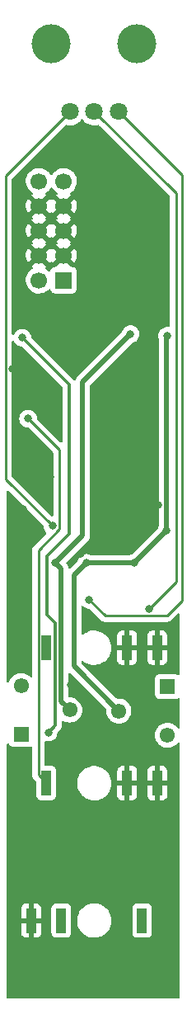
<source format=gbr>
G04 #@! TF.GenerationSoftware,KiCad,Pcbnew,(5.99.0-9650-gad505e29c0)*
G04 #@! TF.CreationDate,2021-03-17T10:46:37+00:00*
G04 #@! TF.ProjectId,Ampelope,416d7065-6c6f-4706-952e-6b696361645f,rev?*
G04 #@! TF.SameCoordinates,Original*
G04 #@! TF.FileFunction,Copper,L2,Bot*
G04 #@! TF.FilePolarity,Positive*
%FSLAX46Y46*%
G04 Gerber Fmt 4.6, Leading zero omitted, Abs format (unit mm)*
G04 Created by KiCad (PCBNEW (5.99.0-9650-gad505e29c0)) date 2021-03-17 10:46:37*
%MOMM*%
%LPD*%
G01*
G04 APERTURE LIST*
G04 #@! TA.AperFunction,ComponentPad*
%ADD10R,1.700000X1.700000*%
G04 #@! TD*
G04 #@! TA.AperFunction,ComponentPad*
%ADD11C,1.700000*%
G04 #@! TD*
G04 #@! TA.AperFunction,ComponentPad*
%ADD12R,1.550000X1.550000*%
G04 #@! TD*
G04 #@! TA.AperFunction,ComponentPad*
%ADD13C,1.550000*%
G04 #@! TD*
G04 #@! TA.AperFunction,ComponentPad*
%ADD14R,1.000000X2.500000*%
G04 #@! TD*
G04 #@! TA.AperFunction,WasherPad*
%ADD15C,4.000000*%
G04 #@! TD*
G04 #@! TA.AperFunction,ComponentPad*
%ADD16C,1.800000*%
G04 #@! TD*
G04 #@! TA.AperFunction,ViaPad*
%ADD17C,0.800000*%
G04 #@! TD*
G04 #@! TA.AperFunction,Conductor*
%ADD18C,0.250000*%
G04 #@! TD*
G04 #@! TA.AperFunction,Conductor*
%ADD19C,0.500000*%
G04 #@! TD*
G04 #@! TA.AperFunction,Conductor*
%ADD20C,0.300000*%
G04 #@! TD*
G04 APERTURE END LIST*
D10*
X142362500Y-72800000D03*
D11*
X139822500Y-72800000D03*
X142362500Y-70260000D03*
X139822500Y-70260000D03*
X142362500Y-67720000D03*
X139822500Y-67720000D03*
X142362500Y-65180000D03*
X139822500Y-65180000D03*
X142362500Y-62640000D03*
X139822500Y-62640000D03*
D12*
X137975000Y-119400000D03*
D13*
X142975000Y-116900000D03*
X137975000Y-114400000D03*
D12*
X153025000Y-114500000D03*
D13*
X148025000Y-117000000D03*
X153025000Y-119500000D03*
D14*
X139020000Y-138500000D03*
X142120000Y-138500000D03*
X150420000Y-138500000D03*
X151980000Y-124400000D03*
X148880000Y-124400000D03*
X140580000Y-124400000D03*
X151980000Y-110500000D03*
X148880000Y-110500000D03*
X140580000Y-110500000D03*
D15*
X149900000Y-48500000D03*
X141100000Y-48500000D03*
D16*
X143000000Y-55500000D03*
X145500000Y-55500000D03*
X148000000Y-55500000D03*
D17*
X149100000Y-72600000D03*
X150800000Y-70500000D03*
X150800000Y-67300000D03*
X152400000Y-65200000D03*
X149100000Y-65200000D03*
X143900000Y-77800000D03*
X141000000Y-78300000D03*
X137700000Y-77000000D03*
X145400000Y-116700000D03*
X149200000Y-115000000D03*
X149200000Y-118600000D03*
X144600000Y-107000000D03*
X147200000Y-94700000D03*
X145400000Y-79800000D03*
X146000000Y-83600000D03*
X141000000Y-93000000D03*
X138700000Y-89100000D03*
X138700000Y-87000000D03*
X138700000Y-85200000D03*
X138100000Y-109900000D03*
X138200000Y-96300000D03*
X144100000Y-100900000D03*
X138100000Y-106400000D03*
X140000000Y-94600000D03*
X137125000Y-81900000D03*
X152100000Y-95900000D03*
X148500000Y-96500000D03*
X149800000Y-82900000D03*
X143100000Y-114300000D03*
X149600000Y-101800000D03*
X152950000Y-98450000D03*
X153000000Y-78500000D03*
X144700011Y-101800000D03*
X140800000Y-119200000D03*
X138100000Y-78700000D03*
X149232500Y-78332500D03*
X141500000Y-101800000D03*
X145000000Y-105600000D03*
X151100000Y-106500000D03*
X141200000Y-98000000D03*
D18*
X145500000Y-55500000D02*
X153900000Y-63900000D01*
X153900000Y-63900000D02*
X153900000Y-103700000D01*
X153900000Y-103700000D02*
X151100000Y-106500000D01*
D19*
X153000000Y-78500000D02*
X152950000Y-78550000D01*
X152950000Y-78550000D02*
X152950000Y-98450000D01*
D18*
X140580000Y-124400000D02*
X139754989Y-123574989D01*
X139754989Y-123574989D02*
X139754989Y-100518028D01*
X141925011Y-98348006D02*
X141925011Y-90225011D01*
X141925011Y-90225011D02*
X138700000Y-87000000D01*
X139754989Y-100518028D02*
X141925011Y-98348006D01*
D19*
X149600000Y-101800000D02*
X152950000Y-98450000D01*
X143400000Y-103100011D02*
X143400000Y-112375000D01*
X144700011Y-101800000D02*
X143400000Y-103100011D01*
X143400000Y-112375000D02*
X148025000Y-117000000D01*
X144700011Y-101800000D02*
X149600000Y-101800000D01*
D20*
X140600000Y-107100000D02*
X141500000Y-108000000D01*
X142900000Y-83500000D02*
X142900000Y-98800000D01*
X138100000Y-78700000D02*
X142900000Y-83500000D01*
X140600000Y-101100000D02*
X140600000Y-107100000D01*
X141500000Y-118500000D02*
X140800000Y-119200000D01*
X141500000Y-108000000D02*
X141500000Y-118500000D01*
X142900000Y-98800000D02*
X140600000Y-101100000D01*
D19*
X142100000Y-102400000D02*
X142100000Y-116025000D01*
X142100000Y-116025000D02*
X142975000Y-116900000D01*
X141500000Y-101800000D02*
X142100000Y-102400000D01*
X141500000Y-101800000D02*
X144300000Y-99000000D01*
X144300000Y-83265000D02*
X149232500Y-78332500D01*
X144300000Y-99000000D02*
X144300000Y-83265000D01*
D18*
X154500000Y-62000000D02*
X148000000Y-55500000D01*
X154500000Y-105700000D02*
X154500000Y-62000000D01*
X145000000Y-105600000D02*
X146625011Y-107225011D01*
X152974989Y-107225011D02*
X154500000Y-105700000D01*
X146625011Y-107225011D02*
X152974989Y-107225011D01*
X136400000Y-62100000D02*
X136400000Y-93200000D01*
X136400000Y-93200000D02*
X141200000Y-98000000D01*
X143000000Y-55500000D02*
X136400000Y-62100000D01*
G04 #@! TA.AperFunction,Conductor*
G36*
X144367012Y-106256162D02*
G01*
X144378136Y-106267076D01*
X144388749Y-106278863D01*
X144394091Y-106282744D01*
X144394093Y-106282746D01*
X144537908Y-106387233D01*
X144543250Y-106391114D01*
X144549278Y-106393798D01*
X144549280Y-106393799D01*
X144670072Y-106447579D01*
X144717713Y-106468790D01*
X144789637Y-106484078D01*
X144898056Y-106507124D01*
X144898061Y-106507124D01*
X144904513Y-106508496D01*
X144960402Y-106508496D01*
X145028523Y-106528498D01*
X145049497Y-106545401D01*
X146121620Y-107617524D01*
X146128980Y-107625612D01*
X146133038Y-107632006D01*
X146138815Y-107637431D01*
X146181889Y-107677880D01*
X146184731Y-107680635D01*
X146205045Y-107700949D01*
X146208456Y-107703594D01*
X146217476Y-107711298D01*
X146249710Y-107741568D01*
X146256654Y-107745385D01*
X146256656Y-107745387D01*
X146267464Y-107751329D01*
X146283988Y-107762183D01*
X146293722Y-107769734D01*
X146293724Y-107769735D01*
X146299988Y-107774594D01*
X146340572Y-107792157D01*
X146351201Y-107797364D01*
X146389963Y-107818673D01*
X146409589Y-107823712D01*
X146428282Y-107830113D01*
X146446876Y-107838159D01*
X146480289Y-107843451D01*
X146490542Y-107845075D01*
X146502165Y-107847482D01*
X146544986Y-107858476D01*
X146545542Y-107858511D01*
X146565458Y-107858511D01*
X146585168Y-107860062D01*
X146604956Y-107863196D01*
X146612848Y-107862450D01*
X146648604Y-107859070D01*
X146660462Y-107858511D01*
X152896605Y-107858511D01*
X152907509Y-107859025D01*
X152914900Y-107860677D01*
X152922826Y-107860428D01*
X152922827Y-107860428D01*
X152981855Y-107858573D01*
X152985812Y-107858511D01*
X153014567Y-107858511D01*
X153018834Y-107857972D01*
X153030676Y-107857039D01*
X153062324Y-107856044D01*
X153066949Y-107855899D01*
X153074872Y-107855650D01*
X153094323Y-107849999D01*
X153113684Y-107845989D01*
X153116409Y-107845645D01*
X153125919Y-107844444D01*
X153125922Y-107844443D01*
X153133777Y-107843451D01*
X153141142Y-107840535D01*
X153141146Y-107840534D01*
X153174890Y-107827174D01*
X153186119Y-107823329D01*
X153228567Y-107810997D01*
X153235395Y-107806959D01*
X153246000Y-107800688D01*
X153263751Y-107791992D01*
X153275215Y-107787453D01*
X153275218Y-107787451D01*
X153282589Y-107784533D01*
X153318357Y-107758546D01*
X153328280Y-107752027D01*
X153339508Y-107745387D01*
X153366330Y-107729525D01*
X153366748Y-107729156D01*
X153380831Y-107715073D01*
X153395856Y-107702239D01*
X153412072Y-107690457D01*
X153440019Y-107656675D01*
X153448008Y-107647896D01*
X154076905Y-107018999D01*
X154139217Y-106984973D01*
X154210032Y-106990038D01*
X154266868Y-107032585D01*
X154291679Y-107099105D01*
X154292000Y-107108094D01*
X154292000Y-113202877D01*
X154271998Y-113270998D01*
X154218342Y-113317491D01*
X154148068Y-113327595D01*
X154092904Y-113302401D01*
X154092011Y-113303790D01*
X154084430Y-113298918D01*
X154077619Y-113293016D01*
X154058153Y-113284126D01*
X153952864Y-113236042D01*
X153952863Y-113236042D01*
X153944670Y-113232300D01*
X153935755Y-113231018D01*
X153935754Y-113231018D01*
X153804448Y-113212139D01*
X153804441Y-113212138D01*
X153800000Y-113211500D01*
X152250000Y-113211500D01*
X152176921Y-113216727D01*
X152123884Y-113232300D01*
X152045330Y-113255365D01*
X152045328Y-113255366D01*
X152036684Y-113257904D01*
X151999501Y-113281800D01*
X151921309Y-113332051D01*
X151921306Y-113332053D01*
X151913729Y-113336923D01*
X151907828Y-113343733D01*
X151823918Y-113440569D01*
X151823916Y-113440572D01*
X151818016Y-113447381D01*
X151814272Y-113455579D01*
X151783828Y-113522243D01*
X151757300Y-113580330D01*
X151756018Y-113589245D01*
X151756018Y-113589246D01*
X151737139Y-113720552D01*
X151737138Y-113720559D01*
X151736500Y-113725000D01*
X151736500Y-115275000D01*
X151741727Y-115348079D01*
X151782904Y-115488316D01*
X151787775Y-115495895D01*
X151857051Y-115603691D01*
X151857053Y-115603694D01*
X151861923Y-115611271D01*
X151868733Y-115617172D01*
X151965569Y-115701082D01*
X151965572Y-115701084D01*
X151972381Y-115706984D01*
X151980579Y-115710728D01*
X151982270Y-115711500D01*
X152105330Y-115767700D01*
X152114245Y-115768982D01*
X152114246Y-115768982D01*
X152245552Y-115787861D01*
X152245559Y-115787862D01*
X152250000Y-115788500D01*
X153800000Y-115788500D01*
X153873079Y-115783273D01*
X153951165Y-115760345D01*
X154004670Y-115744635D01*
X154004672Y-115744634D01*
X154013316Y-115742096D01*
X154097880Y-115687750D01*
X154165999Y-115667748D01*
X154234120Y-115687750D01*
X154280613Y-115741405D01*
X154292000Y-115793748D01*
X154292000Y-118671960D01*
X154271998Y-118740081D01*
X154218342Y-118786574D01*
X154148068Y-118796678D01*
X154083488Y-118767184D01*
X154062787Y-118744230D01*
X154015211Y-118676284D01*
X154015206Y-118676278D01*
X154012048Y-118671768D01*
X153853232Y-118512952D01*
X153848724Y-118509795D01*
X153848721Y-118509793D01*
X153772137Y-118456169D01*
X153669250Y-118384126D01*
X153664268Y-118381803D01*
X153664263Y-118381800D01*
X153470675Y-118291529D01*
X153470674Y-118291529D01*
X153465693Y-118289206D01*
X153460385Y-118287784D01*
X153460383Y-118287783D01*
X153384689Y-118267501D01*
X153248746Y-118231075D01*
X153025000Y-118211500D01*
X152801254Y-118231075D01*
X152665311Y-118267501D01*
X152589617Y-118287783D01*
X152589615Y-118287784D01*
X152584307Y-118289206D01*
X152579326Y-118291529D01*
X152579325Y-118291529D01*
X152385737Y-118381800D01*
X152385732Y-118381803D01*
X152380750Y-118384126D01*
X152277863Y-118456169D01*
X152201279Y-118509793D01*
X152201276Y-118509795D01*
X152196768Y-118512952D01*
X152037952Y-118671768D01*
X152034795Y-118676276D01*
X152034793Y-118676279D01*
X152008467Y-118713877D01*
X151909126Y-118855750D01*
X151906803Y-118860732D01*
X151906800Y-118860737D01*
X151834267Y-119016285D01*
X151814206Y-119059307D01*
X151756075Y-119276254D01*
X151736500Y-119500000D01*
X151756075Y-119723746D01*
X151814206Y-119940693D01*
X151816529Y-119945674D01*
X151816529Y-119945675D01*
X151906800Y-120139263D01*
X151906803Y-120139268D01*
X151909126Y-120144250D01*
X151946006Y-120196920D01*
X152034790Y-120323716D01*
X152037952Y-120328232D01*
X152196768Y-120487048D01*
X152201276Y-120490205D01*
X152201279Y-120490207D01*
X152231362Y-120511271D01*
X152380750Y-120615874D01*
X152385732Y-120618197D01*
X152385737Y-120618200D01*
X152536152Y-120688339D01*
X152584307Y-120710794D01*
X152589615Y-120712216D01*
X152589617Y-120712217D01*
X152656941Y-120730256D01*
X152801254Y-120768925D01*
X153025000Y-120788500D01*
X153248746Y-120768925D01*
X153393059Y-120730256D01*
X153460383Y-120712217D01*
X153460385Y-120712216D01*
X153465693Y-120710794D01*
X153513848Y-120688339D01*
X153664263Y-120618200D01*
X153664268Y-120618197D01*
X153669250Y-120615874D01*
X153818638Y-120511271D01*
X153848721Y-120490207D01*
X153848724Y-120490205D01*
X153853232Y-120487048D01*
X154012048Y-120328232D01*
X154015207Y-120323721D01*
X154015211Y-120323716D01*
X154062787Y-120255770D01*
X154118244Y-120211441D01*
X154188863Y-120204132D01*
X154252224Y-120236162D01*
X154288209Y-120297364D01*
X154292000Y-120328040D01*
X154292000Y-146366000D01*
X154271998Y-146434121D01*
X154218342Y-146480614D01*
X154166000Y-146492000D01*
X136634000Y-146492000D01*
X136565879Y-146471998D01*
X136519386Y-146418342D01*
X136508000Y-146366000D01*
X136508000Y-138767548D01*
X138007000Y-138767548D01*
X138007000Y-139747743D01*
X138007161Y-139752250D01*
X138011740Y-139816269D01*
X138014126Y-139829491D01*
X138050819Y-139954458D01*
X138058233Y-139970692D01*
X138127426Y-140078360D01*
X138139112Y-140091847D01*
X138235840Y-140175662D01*
X138250848Y-140185307D01*
X138367275Y-140238477D01*
X138384388Y-140243502D01*
X138515554Y-140262361D01*
X138524495Y-140263000D01*
X138747885Y-140263000D01*
X138763124Y-140258525D01*
X138764329Y-140257135D01*
X138766000Y-140249452D01*
X138766000Y-138772115D01*
X138764659Y-138767548D01*
X139274000Y-138767548D01*
X139274000Y-140244885D01*
X139278475Y-140260124D01*
X139279865Y-140261329D01*
X139287548Y-140263000D01*
X139517743Y-140263000D01*
X139522250Y-140262839D01*
X139586269Y-140258260D01*
X139599491Y-140255874D01*
X139724458Y-140219181D01*
X139740692Y-140211767D01*
X139848360Y-140142574D01*
X139861847Y-140130888D01*
X139945662Y-140034160D01*
X139955307Y-140019152D01*
X140008477Y-139902725D01*
X140013502Y-139885612D01*
X140032361Y-139754446D01*
X140033000Y-139745503D01*
X140033000Y-138772115D01*
X140028525Y-138756876D01*
X140027135Y-138755671D01*
X140019452Y-138754000D01*
X139292115Y-138754000D01*
X139276876Y-138758475D01*
X139275671Y-138759865D01*
X139274000Y-138767548D01*
X138764659Y-138767548D01*
X138761525Y-138756876D01*
X138760135Y-138755671D01*
X138752452Y-138754000D01*
X138025115Y-138754000D01*
X138009876Y-138758475D01*
X138008671Y-138759865D01*
X138007000Y-138767548D01*
X136508000Y-138767548D01*
X136508000Y-137254495D01*
X138007000Y-137254495D01*
X138007000Y-138227885D01*
X138011475Y-138243124D01*
X138012865Y-138244329D01*
X138020548Y-138246000D01*
X138747885Y-138246000D01*
X138763124Y-138241525D01*
X138764329Y-138240135D01*
X138766000Y-138232452D01*
X138766000Y-136755115D01*
X138764659Y-136750548D01*
X139274000Y-136750548D01*
X139274000Y-138227885D01*
X139278475Y-138243124D01*
X139279865Y-138244329D01*
X139287548Y-138246000D01*
X140014885Y-138246000D01*
X140030124Y-138241525D01*
X140031329Y-138240135D01*
X140033000Y-138232452D01*
X140033000Y-137252257D01*
X140032919Y-137250000D01*
X141106500Y-137250000D01*
X141106500Y-139750000D01*
X141111727Y-139823079D01*
X141152904Y-139963316D01*
X141157775Y-139970895D01*
X141227051Y-140078691D01*
X141227053Y-140078694D01*
X141231923Y-140086271D01*
X141238733Y-140092172D01*
X141335569Y-140176082D01*
X141335572Y-140176084D01*
X141342381Y-140181984D01*
X141350579Y-140185728D01*
X141391207Y-140204282D01*
X141475330Y-140242700D01*
X141484245Y-140243982D01*
X141484246Y-140243982D01*
X141615552Y-140262861D01*
X141615559Y-140262862D01*
X141620000Y-140263500D01*
X142620000Y-140263500D01*
X142693079Y-140258273D01*
X142779904Y-140232779D01*
X142824670Y-140219635D01*
X142824672Y-140219634D01*
X142833316Y-140217096D01*
X142910610Y-140167422D01*
X142948691Y-140142949D01*
X142948694Y-140142947D01*
X142956271Y-140138077D01*
X142974331Y-140117235D01*
X143046082Y-140034431D01*
X143046084Y-140034428D01*
X143051984Y-140027619D01*
X143112700Y-139894670D01*
X143123972Y-139816269D01*
X143132861Y-139754448D01*
X143132862Y-139754441D01*
X143133500Y-139750000D01*
X143133500Y-138453837D01*
X143737104Y-138453837D01*
X143749645Y-138714917D01*
X143800638Y-138971275D01*
X143888963Y-139217280D01*
X144012679Y-139447528D01*
X144015474Y-139451271D01*
X144015476Y-139451274D01*
X144166278Y-139653222D01*
X144166283Y-139653228D01*
X144169070Y-139656960D01*
X144172379Y-139660240D01*
X144172384Y-139660246D01*
X144329846Y-139816340D01*
X144354698Y-139840976D01*
X144358460Y-139843734D01*
X144358463Y-139843737D01*
X144531608Y-139970692D01*
X144565487Y-139995533D01*
X144569618Y-139997707D01*
X144569619Y-139997707D01*
X144792671Y-140115060D01*
X144792677Y-140115062D01*
X144796806Y-140117235D01*
X144801213Y-140118774D01*
X144801220Y-140118777D01*
X145039157Y-140201868D01*
X145043573Y-140203410D01*
X145048166Y-140204282D01*
X145295777Y-140251293D01*
X145295780Y-140251293D01*
X145300366Y-140252164D01*
X145430955Y-140257295D01*
X145556877Y-140262243D01*
X145556883Y-140262243D01*
X145561545Y-140262426D01*
X145663199Y-140251293D01*
X145816719Y-140234480D01*
X145816724Y-140234479D01*
X145821372Y-140233970D01*
X146074139Y-140167422D01*
X146196016Y-140115060D01*
X146309991Y-140066093D01*
X146309994Y-140066091D01*
X146314294Y-140064244D01*
X146465471Y-139970692D01*
X146532586Y-139929160D01*
X146532590Y-139929157D01*
X146536559Y-139926701D01*
X146637822Y-139840976D01*
X146732487Y-139760836D01*
X146732488Y-139760835D01*
X146736053Y-139757817D01*
X146827781Y-139653222D01*
X146905312Y-139564816D01*
X146905316Y-139564811D01*
X146908394Y-139561301D01*
X146910924Y-139557368D01*
X147047266Y-139345400D01*
X147047269Y-139345395D01*
X147049794Y-139341469D01*
X147157148Y-139103153D01*
X147228097Y-138851585D01*
X147261083Y-138592294D01*
X147263500Y-138500000D01*
X147244129Y-138239338D01*
X147186443Y-137984402D01*
X147171108Y-137944968D01*
X147093402Y-137745147D01*
X147093401Y-137745145D01*
X147091709Y-137740794D01*
X147089391Y-137736738D01*
X146964327Y-137517920D01*
X146964325Y-137517918D01*
X146962008Y-137513863D01*
X146800189Y-137308597D01*
X146737899Y-137250000D01*
X149406500Y-137250000D01*
X149406500Y-139750000D01*
X149411727Y-139823079D01*
X149452904Y-139963316D01*
X149457775Y-139970895D01*
X149527051Y-140078691D01*
X149527053Y-140078694D01*
X149531923Y-140086271D01*
X149538733Y-140092172D01*
X149635569Y-140176082D01*
X149635572Y-140176084D01*
X149642381Y-140181984D01*
X149650579Y-140185728D01*
X149691207Y-140204282D01*
X149775330Y-140242700D01*
X149784245Y-140243982D01*
X149784246Y-140243982D01*
X149915552Y-140262861D01*
X149915559Y-140262862D01*
X149920000Y-140263500D01*
X150920000Y-140263500D01*
X150993079Y-140258273D01*
X151079904Y-140232779D01*
X151124670Y-140219635D01*
X151124672Y-140219634D01*
X151133316Y-140217096D01*
X151210610Y-140167422D01*
X151248691Y-140142949D01*
X151248694Y-140142947D01*
X151256271Y-140138077D01*
X151274331Y-140117235D01*
X151346082Y-140034431D01*
X151346084Y-140034428D01*
X151351984Y-140027619D01*
X151412700Y-139894670D01*
X151423972Y-139816269D01*
X151432861Y-139754448D01*
X151432862Y-139754441D01*
X151433500Y-139750000D01*
X151433500Y-137250000D01*
X151428273Y-137176921D01*
X151387096Y-137036684D01*
X151351039Y-136980579D01*
X151312949Y-136921309D01*
X151312947Y-136921306D01*
X151308077Y-136913729D01*
X151256587Y-136869112D01*
X151204431Y-136823918D01*
X151204428Y-136823916D01*
X151197619Y-136818016D01*
X151131401Y-136787775D01*
X151072864Y-136761042D01*
X151072863Y-136761042D01*
X151064670Y-136757300D01*
X151055755Y-136756018D01*
X151055754Y-136756018D01*
X150924448Y-136737139D01*
X150924441Y-136737138D01*
X150920000Y-136736500D01*
X149920000Y-136736500D01*
X149846921Y-136741727D01*
X149793884Y-136757300D01*
X149715330Y-136780365D01*
X149715328Y-136780366D01*
X149706684Y-136782904D01*
X149699105Y-136787775D01*
X149591309Y-136857051D01*
X149591306Y-136857053D01*
X149583729Y-136861923D01*
X149577828Y-136868733D01*
X149493918Y-136965569D01*
X149493916Y-136965572D01*
X149488016Y-136972381D01*
X149427300Y-137105330D01*
X149426018Y-137114245D01*
X149426018Y-137114246D01*
X149407139Y-137245552D01*
X149407139Y-137245554D01*
X149406500Y-137250000D01*
X146737899Y-137250000D01*
X146609807Y-137129503D01*
X146395044Y-136980517D01*
X146169138Y-136869112D01*
X146164805Y-136866975D01*
X146164801Y-136866974D01*
X146160619Y-136864911D01*
X145911681Y-136785226D01*
X145907074Y-136784476D01*
X145907071Y-136784475D01*
X145658310Y-136743962D01*
X145658311Y-136743962D01*
X145653699Y-136743211D01*
X145521111Y-136741475D01*
X145397018Y-136739850D01*
X145397015Y-136739850D01*
X145392341Y-136739789D01*
X145279730Y-136755115D01*
X145137982Y-136774406D01*
X145137978Y-136774407D01*
X145133348Y-136775037D01*
X144882409Y-136848179D01*
X144878156Y-136850140D01*
X144878155Y-136850140D01*
X144852596Y-136861923D01*
X144645038Y-136957608D01*
X144613243Y-136978454D01*
X144430362Y-137098355D01*
X144430357Y-137098359D01*
X144426449Y-137100921D01*
X144422957Y-137104038D01*
X144256892Y-137252257D01*
X144231444Y-137274970D01*
X144064307Y-137475930D01*
X143928710Y-137699388D01*
X143926901Y-137703702D01*
X143926900Y-137703704D01*
X143909522Y-137745147D01*
X143827631Y-137940433D01*
X143763292Y-138193771D01*
X143737104Y-138453837D01*
X143133500Y-138453837D01*
X143133500Y-137250000D01*
X143128273Y-137176921D01*
X143087096Y-137036684D01*
X143051039Y-136980579D01*
X143012949Y-136921309D01*
X143012947Y-136921306D01*
X143008077Y-136913729D01*
X142956587Y-136869112D01*
X142904431Y-136823918D01*
X142904428Y-136823916D01*
X142897619Y-136818016D01*
X142831401Y-136787775D01*
X142772864Y-136761042D01*
X142772863Y-136761042D01*
X142764670Y-136757300D01*
X142755755Y-136756018D01*
X142755754Y-136756018D01*
X142624448Y-136737139D01*
X142624441Y-136737138D01*
X142620000Y-136736500D01*
X141620000Y-136736500D01*
X141546921Y-136741727D01*
X141493884Y-136757300D01*
X141415330Y-136780365D01*
X141415328Y-136780366D01*
X141406684Y-136782904D01*
X141399105Y-136787775D01*
X141291309Y-136857051D01*
X141291306Y-136857053D01*
X141283729Y-136861923D01*
X141277828Y-136868733D01*
X141193918Y-136965569D01*
X141193916Y-136965572D01*
X141188016Y-136972381D01*
X141127300Y-137105330D01*
X141126018Y-137114245D01*
X141126018Y-137114246D01*
X141107139Y-137245552D01*
X141107139Y-137245554D01*
X141106500Y-137250000D01*
X140032919Y-137250000D01*
X140032839Y-137247750D01*
X140028260Y-137183731D01*
X140025874Y-137170509D01*
X139989181Y-137045542D01*
X139981767Y-137029308D01*
X139912574Y-136921640D01*
X139900888Y-136908153D01*
X139804160Y-136824338D01*
X139789152Y-136814693D01*
X139672725Y-136761523D01*
X139655612Y-136756498D01*
X139524446Y-136737639D01*
X139515505Y-136737000D01*
X139292115Y-136737000D01*
X139276876Y-136741475D01*
X139275671Y-136742865D01*
X139274000Y-136750548D01*
X138764659Y-136750548D01*
X138761525Y-136739876D01*
X138760135Y-136738671D01*
X138752452Y-136737000D01*
X138522257Y-136737000D01*
X138517750Y-136737161D01*
X138453731Y-136741740D01*
X138440509Y-136744126D01*
X138315542Y-136780819D01*
X138299308Y-136788233D01*
X138191640Y-136857426D01*
X138178153Y-136869112D01*
X138094338Y-136965840D01*
X138084693Y-136980848D01*
X138031523Y-137097275D01*
X138026498Y-137114388D01*
X138007639Y-137245554D01*
X138007000Y-137254495D01*
X136508000Y-137254495D01*
X136508000Y-120467475D01*
X136528002Y-120399354D01*
X136581658Y-120352861D01*
X136651932Y-120342757D01*
X136716512Y-120372251D01*
X136739998Y-120399354D01*
X136807051Y-120503691D01*
X136807053Y-120503694D01*
X136811923Y-120511271D01*
X136818733Y-120517172D01*
X136915569Y-120601082D01*
X136915572Y-120601084D01*
X136922381Y-120606984D01*
X136930579Y-120610728D01*
X136946941Y-120618200D01*
X137055330Y-120667700D01*
X137064245Y-120668982D01*
X137064246Y-120668982D01*
X137195552Y-120687861D01*
X137195559Y-120687862D01*
X137200000Y-120688500D01*
X138750000Y-120688500D01*
X138823079Y-120683273D01*
X138959992Y-120643072D01*
X139030987Y-120643072D01*
X139090713Y-120681456D01*
X139120207Y-120746036D01*
X139121489Y-120763968D01*
X139121489Y-123496605D01*
X139120975Y-123507509D01*
X139119323Y-123514900D01*
X139119572Y-123522826D01*
X139119572Y-123522827D01*
X139121427Y-123581855D01*
X139121489Y-123585812D01*
X139121489Y-123614567D01*
X139121985Y-123618492D01*
X139121985Y-123618493D01*
X139122028Y-123618832D01*
X139122961Y-123630676D01*
X139124350Y-123674872D01*
X139126562Y-123682484D01*
X139130001Y-123694322D01*
X139134011Y-123713684D01*
X139136549Y-123733777D01*
X139139465Y-123741142D01*
X139139466Y-123741146D01*
X139152826Y-123774890D01*
X139156670Y-123786117D01*
X139169003Y-123828567D01*
X139173041Y-123835395D01*
X139179312Y-123846000D01*
X139188008Y-123863751D01*
X139192547Y-123875215D01*
X139195467Y-123882589D01*
X139200128Y-123889004D01*
X139221454Y-123918356D01*
X139227972Y-123928279D01*
X139250475Y-123966330D01*
X139250844Y-123966748D01*
X139264927Y-123980831D01*
X139277761Y-123995856D01*
X139289543Y-124012072D01*
X139323324Y-124040018D01*
X139332104Y-124048008D01*
X139529595Y-124245499D01*
X139563621Y-124307811D01*
X139566500Y-124334594D01*
X139566500Y-125650000D01*
X139571727Y-125723079D01*
X139612904Y-125863316D01*
X139617775Y-125870895D01*
X139687051Y-125978691D01*
X139687053Y-125978694D01*
X139691923Y-125986271D01*
X139698733Y-125992172D01*
X139795569Y-126076082D01*
X139795572Y-126076084D01*
X139802381Y-126081984D01*
X139810579Y-126085728D01*
X139851207Y-126104282D01*
X139935330Y-126142700D01*
X139944245Y-126143982D01*
X139944246Y-126143982D01*
X140075552Y-126162861D01*
X140075559Y-126162862D01*
X140080000Y-126163500D01*
X141080000Y-126163500D01*
X141153079Y-126158273D01*
X141239904Y-126132779D01*
X141284670Y-126119635D01*
X141284672Y-126119634D01*
X141293316Y-126117096D01*
X141370610Y-126067422D01*
X141408691Y-126042949D01*
X141408694Y-126042947D01*
X141416271Y-126038077D01*
X141434331Y-126017235D01*
X141506082Y-125934431D01*
X141506084Y-125934428D01*
X141511984Y-125927619D01*
X141572700Y-125794670D01*
X141583972Y-125716269D01*
X141592861Y-125654448D01*
X141592862Y-125654441D01*
X141593500Y-125650000D01*
X141593500Y-124353837D01*
X143737104Y-124353837D01*
X143749645Y-124614917D01*
X143800638Y-124871275D01*
X143888963Y-125117280D01*
X144012679Y-125347528D01*
X144015474Y-125351271D01*
X144015476Y-125351274D01*
X144166278Y-125553222D01*
X144166283Y-125553228D01*
X144169070Y-125556960D01*
X144172379Y-125560240D01*
X144172384Y-125560246D01*
X144329846Y-125716340D01*
X144354698Y-125740976D01*
X144358460Y-125743734D01*
X144358463Y-125743737D01*
X144531608Y-125870692D01*
X144565487Y-125895533D01*
X144569618Y-125897707D01*
X144569619Y-125897707D01*
X144792671Y-126015060D01*
X144792677Y-126015062D01*
X144796806Y-126017235D01*
X144801213Y-126018774D01*
X144801220Y-126018777D01*
X145039157Y-126101868D01*
X145043573Y-126103410D01*
X145048166Y-126104282D01*
X145295777Y-126151293D01*
X145295780Y-126151293D01*
X145300366Y-126152164D01*
X145430955Y-126157295D01*
X145556877Y-126162243D01*
X145556883Y-126162243D01*
X145561545Y-126162426D01*
X145663199Y-126151293D01*
X145816719Y-126134480D01*
X145816724Y-126134479D01*
X145821372Y-126133970D01*
X146074139Y-126067422D01*
X146196016Y-126015060D01*
X146309991Y-125966093D01*
X146309994Y-125966091D01*
X146314294Y-125964244D01*
X146465471Y-125870692D01*
X146532586Y-125829160D01*
X146532590Y-125829157D01*
X146536559Y-125826701D01*
X146637822Y-125740976D01*
X146732487Y-125660836D01*
X146732488Y-125660835D01*
X146736053Y-125657817D01*
X146827781Y-125553222D01*
X146905312Y-125464816D01*
X146905316Y-125464811D01*
X146908394Y-125461301D01*
X146910924Y-125457368D01*
X147047266Y-125245400D01*
X147047269Y-125245395D01*
X147049794Y-125241469D01*
X147157148Y-125003153D01*
X147228097Y-124751585D01*
X147238788Y-124667548D01*
X147867000Y-124667548D01*
X147867000Y-125647743D01*
X147867161Y-125652250D01*
X147871740Y-125716269D01*
X147874126Y-125729491D01*
X147910819Y-125854458D01*
X147918233Y-125870692D01*
X147987426Y-125978360D01*
X147999112Y-125991847D01*
X148095840Y-126075662D01*
X148110848Y-126085307D01*
X148227275Y-126138477D01*
X148244388Y-126143502D01*
X148375554Y-126162361D01*
X148384495Y-126163000D01*
X148607885Y-126163000D01*
X148623124Y-126158525D01*
X148624329Y-126157135D01*
X148626000Y-126149452D01*
X148626000Y-124672115D01*
X148624659Y-124667548D01*
X149134000Y-124667548D01*
X149134000Y-126144885D01*
X149138475Y-126160124D01*
X149139865Y-126161329D01*
X149147548Y-126163000D01*
X149377743Y-126163000D01*
X149382250Y-126162839D01*
X149446269Y-126158260D01*
X149459491Y-126155874D01*
X149584458Y-126119181D01*
X149600692Y-126111767D01*
X149708360Y-126042574D01*
X149721847Y-126030888D01*
X149805662Y-125934160D01*
X149815307Y-125919152D01*
X149868477Y-125802725D01*
X149873502Y-125785612D01*
X149892361Y-125654446D01*
X149893000Y-125645503D01*
X149893000Y-124672115D01*
X149891659Y-124667548D01*
X150967000Y-124667548D01*
X150967000Y-125647743D01*
X150967161Y-125652250D01*
X150971740Y-125716269D01*
X150974126Y-125729491D01*
X151010819Y-125854458D01*
X151018233Y-125870692D01*
X151087426Y-125978360D01*
X151099112Y-125991847D01*
X151195840Y-126075662D01*
X151210848Y-126085307D01*
X151327275Y-126138477D01*
X151344388Y-126143502D01*
X151475554Y-126162361D01*
X151484495Y-126163000D01*
X151707885Y-126163000D01*
X151723124Y-126158525D01*
X151724329Y-126157135D01*
X151726000Y-126149452D01*
X151726000Y-124672115D01*
X151724659Y-124667548D01*
X152234000Y-124667548D01*
X152234000Y-126144885D01*
X152238475Y-126160124D01*
X152239865Y-126161329D01*
X152247548Y-126163000D01*
X152477743Y-126163000D01*
X152482250Y-126162839D01*
X152546269Y-126158260D01*
X152559491Y-126155874D01*
X152684458Y-126119181D01*
X152700692Y-126111767D01*
X152808360Y-126042574D01*
X152821847Y-126030888D01*
X152905662Y-125934160D01*
X152915307Y-125919152D01*
X152968477Y-125802725D01*
X152973502Y-125785612D01*
X152992361Y-125654446D01*
X152993000Y-125645503D01*
X152993000Y-124672115D01*
X152988525Y-124656876D01*
X152987135Y-124655671D01*
X152979452Y-124654000D01*
X152252115Y-124654000D01*
X152236876Y-124658475D01*
X152235671Y-124659865D01*
X152234000Y-124667548D01*
X151724659Y-124667548D01*
X151721525Y-124656876D01*
X151720135Y-124655671D01*
X151712452Y-124654000D01*
X150985115Y-124654000D01*
X150969876Y-124658475D01*
X150968671Y-124659865D01*
X150967000Y-124667548D01*
X149891659Y-124667548D01*
X149888525Y-124656876D01*
X149887135Y-124655671D01*
X149879452Y-124654000D01*
X149152115Y-124654000D01*
X149136876Y-124658475D01*
X149135671Y-124659865D01*
X149134000Y-124667548D01*
X148624659Y-124667548D01*
X148621525Y-124656876D01*
X148620135Y-124655671D01*
X148612452Y-124654000D01*
X147885115Y-124654000D01*
X147869876Y-124658475D01*
X147868671Y-124659865D01*
X147867000Y-124667548D01*
X147238788Y-124667548D01*
X147261083Y-124492294D01*
X147263500Y-124400000D01*
X147244129Y-124139338D01*
X147186443Y-123884402D01*
X147184750Y-123880048D01*
X147093402Y-123645147D01*
X147093401Y-123645145D01*
X147091709Y-123640794D01*
X147074458Y-123610610D01*
X146964327Y-123417920D01*
X146964325Y-123417918D01*
X146962008Y-123413863D01*
X146800189Y-123208597D01*
X146742677Y-123154495D01*
X147867000Y-123154495D01*
X147867000Y-124127885D01*
X147871475Y-124143124D01*
X147872865Y-124144329D01*
X147880548Y-124146000D01*
X148607885Y-124146000D01*
X148623124Y-124141525D01*
X148624329Y-124140135D01*
X148626000Y-124132452D01*
X148626000Y-122655115D01*
X148624659Y-122650548D01*
X149134000Y-122650548D01*
X149134000Y-124127885D01*
X149138475Y-124143124D01*
X149139865Y-124144329D01*
X149147548Y-124146000D01*
X149874885Y-124146000D01*
X149890124Y-124141525D01*
X149891329Y-124140135D01*
X149893000Y-124132452D01*
X149893000Y-123154495D01*
X150967000Y-123154495D01*
X150967000Y-124127885D01*
X150971475Y-124143124D01*
X150972865Y-124144329D01*
X150980548Y-124146000D01*
X151707885Y-124146000D01*
X151723124Y-124141525D01*
X151724329Y-124140135D01*
X151726000Y-124132452D01*
X151726000Y-122655115D01*
X151724659Y-122650548D01*
X152234000Y-122650548D01*
X152234000Y-124127885D01*
X152238475Y-124143124D01*
X152239865Y-124144329D01*
X152247548Y-124146000D01*
X152974885Y-124146000D01*
X152990124Y-124141525D01*
X152991329Y-124140135D01*
X152993000Y-124132452D01*
X152993000Y-123152257D01*
X152992839Y-123147750D01*
X152988260Y-123083731D01*
X152985874Y-123070509D01*
X152949181Y-122945542D01*
X152941767Y-122929308D01*
X152872574Y-122821640D01*
X152860888Y-122808153D01*
X152764160Y-122724338D01*
X152749152Y-122714693D01*
X152632725Y-122661523D01*
X152615612Y-122656498D01*
X152484446Y-122637639D01*
X152475505Y-122637000D01*
X152252115Y-122637000D01*
X152236876Y-122641475D01*
X152235671Y-122642865D01*
X152234000Y-122650548D01*
X151724659Y-122650548D01*
X151721525Y-122639876D01*
X151720135Y-122638671D01*
X151712452Y-122637000D01*
X151482257Y-122637000D01*
X151477750Y-122637161D01*
X151413731Y-122641740D01*
X151400509Y-122644126D01*
X151275542Y-122680819D01*
X151259308Y-122688233D01*
X151151640Y-122757426D01*
X151138153Y-122769112D01*
X151054338Y-122865840D01*
X151044693Y-122880848D01*
X150991523Y-122997275D01*
X150986498Y-123014388D01*
X150967639Y-123145554D01*
X150967000Y-123154495D01*
X149893000Y-123154495D01*
X149893000Y-123152257D01*
X149892839Y-123147750D01*
X149888260Y-123083731D01*
X149885874Y-123070509D01*
X149849181Y-122945542D01*
X149841767Y-122929308D01*
X149772574Y-122821640D01*
X149760888Y-122808153D01*
X149664160Y-122724338D01*
X149649152Y-122714693D01*
X149532725Y-122661523D01*
X149515612Y-122656498D01*
X149384446Y-122637639D01*
X149375505Y-122637000D01*
X149152115Y-122637000D01*
X149136876Y-122641475D01*
X149135671Y-122642865D01*
X149134000Y-122650548D01*
X148624659Y-122650548D01*
X148621525Y-122639876D01*
X148620135Y-122638671D01*
X148612452Y-122637000D01*
X148382257Y-122637000D01*
X148377750Y-122637161D01*
X148313731Y-122641740D01*
X148300509Y-122644126D01*
X148175542Y-122680819D01*
X148159308Y-122688233D01*
X148051640Y-122757426D01*
X148038153Y-122769112D01*
X147954338Y-122865840D01*
X147944693Y-122880848D01*
X147891523Y-122997275D01*
X147886498Y-123014388D01*
X147867639Y-123145554D01*
X147867000Y-123154495D01*
X146742677Y-123154495D01*
X146609807Y-123029503D01*
X146395044Y-122880517D01*
X146169138Y-122769112D01*
X146164805Y-122766975D01*
X146164801Y-122766974D01*
X146160619Y-122764911D01*
X145911681Y-122685226D01*
X145907074Y-122684476D01*
X145907071Y-122684475D01*
X145658310Y-122643962D01*
X145658311Y-122643962D01*
X145653699Y-122643211D01*
X145521111Y-122641475D01*
X145397018Y-122639850D01*
X145397015Y-122639850D01*
X145392341Y-122639789D01*
X145279730Y-122655115D01*
X145137982Y-122674406D01*
X145137978Y-122674407D01*
X145133348Y-122675037D01*
X144882409Y-122748179D01*
X144878156Y-122750140D01*
X144878155Y-122750140D01*
X144849201Y-122763488D01*
X144645038Y-122857608D01*
X144641129Y-122860171D01*
X144430362Y-122998355D01*
X144430357Y-122998359D01*
X144426449Y-123000921D01*
X144422957Y-123004038D01*
X144256892Y-123152257D01*
X144231444Y-123174970D01*
X144064307Y-123375930D01*
X143928710Y-123599388D01*
X143926901Y-123603702D01*
X143926900Y-123603704D01*
X143829744Y-123835395D01*
X143827631Y-123840433D01*
X143826480Y-123844965D01*
X143826479Y-123844968D01*
X143807841Y-123918356D01*
X143763292Y-124093771D01*
X143737104Y-124353837D01*
X141593500Y-124353837D01*
X141593500Y-123150000D01*
X141588273Y-123076921D01*
X141547096Y-122936684D01*
X141511212Y-122880848D01*
X141472949Y-122821309D01*
X141472947Y-122821306D01*
X141468077Y-122813729D01*
X141416587Y-122769112D01*
X141364431Y-122723918D01*
X141364428Y-122723916D01*
X141357619Y-122718016D01*
X141292404Y-122688233D01*
X141232864Y-122661042D01*
X141232863Y-122661042D01*
X141224670Y-122657300D01*
X141215755Y-122656018D01*
X141215754Y-122656018D01*
X141084448Y-122637139D01*
X141084441Y-122637138D01*
X141080000Y-122636500D01*
X140514489Y-122636500D01*
X140446368Y-122616498D01*
X140399875Y-122562842D01*
X140388489Y-122510500D01*
X140388489Y-120196920D01*
X140408491Y-120128799D01*
X140462147Y-120082306D01*
X140532421Y-120072202D01*
X140540683Y-120073672D01*
X140570528Y-120080016D01*
X140698056Y-120107124D01*
X140698061Y-120107124D01*
X140704513Y-120108496D01*
X140895487Y-120108496D01*
X140901939Y-120107124D01*
X140901944Y-120107124D01*
X140988887Y-120088643D01*
X141082287Y-120068790D01*
X141088318Y-120066105D01*
X141250720Y-119993799D01*
X141250722Y-119993798D01*
X141256750Y-119991114D01*
X141333458Y-119935383D01*
X141405907Y-119882746D01*
X141405909Y-119882744D01*
X141411251Y-119878863D01*
X141539037Y-119736942D01*
X141634524Y-119571554D01*
X141693538Y-119389927D01*
X141706750Y-119264219D01*
X141733763Y-119198563D01*
X141742965Y-119188295D01*
X141909358Y-119021902D01*
X141916810Y-119015120D01*
X141922931Y-119011236D01*
X141966389Y-118964958D01*
X141969143Y-118962117D01*
X141993616Y-118937644D01*
X141997465Y-118932682D01*
X142005158Y-118923673D01*
X142036783Y-118889996D01*
X142047111Y-118871210D01*
X142057964Y-118854687D01*
X142066244Y-118844012D01*
X142071102Y-118837749D01*
X142088875Y-118796678D01*
X142089437Y-118795380D01*
X142094659Y-118784719D01*
X142113088Y-118751198D01*
X142113088Y-118751197D01*
X142116907Y-118744251D01*
X142122241Y-118723477D01*
X142128642Y-118704783D01*
X142134006Y-118692387D01*
X142134008Y-118692381D01*
X142137154Y-118685110D01*
X142139885Y-118667871D01*
X142144377Y-118639507D01*
X142146784Y-118627884D01*
X142147525Y-118625000D01*
X142158268Y-118583159D01*
X142158500Y-118579472D01*
X142158500Y-118560258D01*
X142160051Y-118540547D01*
X142161932Y-118528671D01*
X142163172Y-118520842D01*
X142159059Y-118477329D01*
X142158500Y-118465472D01*
X142158500Y-118133333D01*
X142178502Y-118065212D01*
X142232158Y-118018719D01*
X142302432Y-118008615D01*
X142337749Y-118019138D01*
X142534307Y-118110794D01*
X142539615Y-118112216D01*
X142539617Y-118112217D01*
X142554650Y-118116245D01*
X142751254Y-118168925D01*
X142975000Y-118188500D01*
X143198746Y-118168925D01*
X143395350Y-118116245D01*
X143410383Y-118112217D01*
X143410385Y-118112216D01*
X143415693Y-118110794D01*
X143421801Y-118107946D01*
X143614263Y-118018200D01*
X143614268Y-118018197D01*
X143619250Y-118015874D01*
X143791500Y-117895263D01*
X143798721Y-117890207D01*
X143798724Y-117890205D01*
X143803232Y-117887048D01*
X143962048Y-117728232D01*
X144090874Y-117544250D01*
X144093197Y-117539268D01*
X144093200Y-117539263D01*
X144183471Y-117345675D01*
X144183471Y-117345674D01*
X144185794Y-117340693D01*
X144243925Y-117123746D01*
X144263500Y-116900000D01*
X144243925Y-116676254D01*
X144185794Y-116459307D01*
X144135403Y-116351242D01*
X144093200Y-116260737D01*
X144093197Y-116260732D01*
X144090874Y-116255750D01*
X143962048Y-116071768D01*
X143803232Y-115912952D01*
X143798724Y-115909795D01*
X143798721Y-115909793D01*
X143722137Y-115856169D01*
X143619250Y-115784126D01*
X143614268Y-115781803D01*
X143614263Y-115781800D01*
X143420675Y-115691529D01*
X143420674Y-115691529D01*
X143415693Y-115689206D01*
X143410385Y-115687784D01*
X143410383Y-115687783D01*
X143334689Y-115667501D01*
X143198746Y-115631075D01*
X142975000Y-115611500D01*
X142975197Y-115609247D01*
X142916379Y-115591977D01*
X142869886Y-115538321D01*
X142858500Y-115485979D01*
X142858500Y-113210371D01*
X142878502Y-113142250D01*
X142932158Y-113095757D01*
X143002432Y-113085653D01*
X143067012Y-113115147D01*
X143073595Y-113121276D01*
X146712316Y-116759997D01*
X146746342Y-116822309D01*
X146748742Y-116860070D01*
X146736500Y-117000000D01*
X146756075Y-117223746D01*
X146814206Y-117440693D01*
X146816529Y-117445674D01*
X146816529Y-117445675D01*
X146906800Y-117639263D01*
X146906803Y-117639268D01*
X146909126Y-117644250D01*
X147037952Y-117828232D01*
X147196768Y-117987048D01*
X147201276Y-117990205D01*
X147201279Y-117990207D01*
X147242597Y-118019138D01*
X147380750Y-118115874D01*
X147385732Y-118118197D01*
X147385737Y-118118200D01*
X147567764Y-118203080D01*
X147584307Y-118210794D01*
X147589615Y-118212216D01*
X147589617Y-118212217D01*
X147645684Y-118227240D01*
X147801254Y-118268925D01*
X148025000Y-118288500D01*
X148248746Y-118268925D01*
X148404316Y-118227240D01*
X148460383Y-118212217D01*
X148460385Y-118212216D01*
X148465693Y-118210794D01*
X148482236Y-118203080D01*
X148664263Y-118118200D01*
X148664268Y-118118197D01*
X148669250Y-118115874D01*
X148807403Y-118019138D01*
X148848721Y-117990207D01*
X148848724Y-117990205D01*
X148853232Y-117987048D01*
X149012048Y-117828232D01*
X149140874Y-117644250D01*
X149143197Y-117639268D01*
X149143200Y-117639263D01*
X149233471Y-117445675D01*
X149233471Y-117445674D01*
X149235794Y-117440693D01*
X149293925Y-117223746D01*
X149313500Y-117000000D01*
X149293925Y-116776254D01*
X149235794Y-116559307D01*
X149233471Y-116554325D01*
X149143200Y-116360737D01*
X149143197Y-116360732D01*
X149140874Y-116355750D01*
X149012048Y-116171768D01*
X148853232Y-116012952D01*
X148848724Y-116009795D01*
X148848721Y-116009793D01*
X148715983Y-115916849D01*
X148669250Y-115884126D01*
X148664268Y-115881803D01*
X148664263Y-115881800D01*
X148470675Y-115791529D01*
X148470674Y-115791529D01*
X148465693Y-115789206D01*
X148460385Y-115787784D01*
X148460383Y-115787783D01*
X148385432Y-115767700D01*
X148248746Y-115731075D01*
X148025000Y-115711500D01*
X147885072Y-115723742D01*
X147815469Y-115709753D01*
X147784997Y-115687316D01*
X144195405Y-112097724D01*
X144161379Y-112035412D01*
X144158500Y-112008629D01*
X144158500Y-111945746D01*
X144178502Y-111877625D01*
X144232158Y-111831132D01*
X144302432Y-111821028D01*
X144359005Y-111844134D01*
X144565487Y-111995533D01*
X144569618Y-111997707D01*
X144569619Y-111997707D01*
X144792671Y-112115060D01*
X144792677Y-112115062D01*
X144796806Y-112117235D01*
X144801213Y-112118774D01*
X144801220Y-112118777D01*
X145039157Y-112201868D01*
X145043573Y-112203410D01*
X145048166Y-112204282D01*
X145295777Y-112251293D01*
X145295780Y-112251293D01*
X145300366Y-112252164D01*
X145430955Y-112257295D01*
X145556877Y-112262243D01*
X145556883Y-112262243D01*
X145561545Y-112262426D01*
X145663199Y-112251293D01*
X145816719Y-112234480D01*
X145816724Y-112234479D01*
X145821372Y-112233970D01*
X146074139Y-112167422D01*
X146281438Y-112078360D01*
X146309991Y-112066093D01*
X146309994Y-112066091D01*
X146314294Y-112064244D01*
X146505783Y-111945746D01*
X146532586Y-111929160D01*
X146532590Y-111929157D01*
X146536559Y-111926701D01*
X146736053Y-111757817D01*
X146824503Y-111656960D01*
X146905312Y-111564816D01*
X146905316Y-111564811D01*
X146908394Y-111561301D01*
X147049794Y-111341469D01*
X147157148Y-111103153D01*
X147228097Y-110851585D01*
X147238788Y-110767548D01*
X147867000Y-110767548D01*
X147867000Y-111747743D01*
X147867161Y-111752250D01*
X147871740Y-111816269D01*
X147874126Y-111829491D01*
X147910819Y-111954458D01*
X147918233Y-111970692D01*
X147987426Y-112078360D01*
X147999112Y-112091847D01*
X148095840Y-112175662D01*
X148110848Y-112185307D01*
X148227275Y-112238477D01*
X148244388Y-112243502D01*
X148375554Y-112262361D01*
X148384495Y-112263000D01*
X148607885Y-112263000D01*
X148623124Y-112258525D01*
X148624329Y-112257135D01*
X148626000Y-112249452D01*
X148626000Y-110772115D01*
X148624659Y-110767548D01*
X149134000Y-110767548D01*
X149134000Y-112244885D01*
X149138475Y-112260124D01*
X149139865Y-112261329D01*
X149147548Y-112263000D01*
X149377743Y-112263000D01*
X149382250Y-112262839D01*
X149446269Y-112258260D01*
X149459491Y-112255874D01*
X149584458Y-112219181D01*
X149600692Y-112211767D01*
X149708360Y-112142574D01*
X149721847Y-112130888D01*
X149805662Y-112034160D01*
X149815307Y-112019152D01*
X149868477Y-111902725D01*
X149873502Y-111885612D01*
X149892361Y-111754446D01*
X149893000Y-111745503D01*
X149893000Y-110772115D01*
X149891659Y-110767548D01*
X150967000Y-110767548D01*
X150967000Y-111747743D01*
X150967161Y-111752250D01*
X150971740Y-111816269D01*
X150974126Y-111829491D01*
X151010819Y-111954458D01*
X151018233Y-111970692D01*
X151087426Y-112078360D01*
X151099112Y-112091847D01*
X151195840Y-112175662D01*
X151210848Y-112185307D01*
X151327275Y-112238477D01*
X151344388Y-112243502D01*
X151475554Y-112262361D01*
X151484495Y-112263000D01*
X151707885Y-112263000D01*
X151723124Y-112258525D01*
X151724329Y-112257135D01*
X151726000Y-112249452D01*
X151726000Y-110772115D01*
X151724659Y-110767548D01*
X152234000Y-110767548D01*
X152234000Y-112244885D01*
X152238475Y-112260124D01*
X152239865Y-112261329D01*
X152247548Y-112263000D01*
X152477743Y-112263000D01*
X152482250Y-112262839D01*
X152546269Y-112258260D01*
X152559491Y-112255874D01*
X152684458Y-112219181D01*
X152700692Y-112211767D01*
X152808360Y-112142574D01*
X152821847Y-112130888D01*
X152905662Y-112034160D01*
X152915307Y-112019152D01*
X152968477Y-111902725D01*
X152973502Y-111885612D01*
X152992361Y-111754446D01*
X152993000Y-111745503D01*
X152993000Y-110772115D01*
X152988525Y-110756876D01*
X152987135Y-110755671D01*
X152979452Y-110754000D01*
X152252115Y-110754000D01*
X152236876Y-110758475D01*
X152235671Y-110759865D01*
X152234000Y-110767548D01*
X151724659Y-110767548D01*
X151721525Y-110756876D01*
X151720135Y-110755671D01*
X151712452Y-110754000D01*
X150985115Y-110754000D01*
X150969876Y-110758475D01*
X150968671Y-110759865D01*
X150967000Y-110767548D01*
X149891659Y-110767548D01*
X149888525Y-110756876D01*
X149887135Y-110755671D01*
X149879452Y-110754000D01*
X149152115Y-110754000D01*
X149136876Y-110758475D01*
X149135671Y-110759865D01*
X149134000Y-110767548D01*
X148624659Y-110767548D01*
X148621525Y-110756876D01*
X148620135Y-110755671D01*
X148612452Y-110754000D01*
X147885115Y-110754000D01*
X147869876Y-110758475D01*
X147868671Y-110759865D01*
X147867000Y-110767548D01*
X147238788Y-110767548D01*
X147261083Y-110592294D01*
X147263500Y-110500000D01*
X147244129Y-110239338D01*
X147186443Y-109984402D01*
X147091709Y-109740794D01*
X146962008Y-109513863D01*
X146800189Y-109308597D01*
X146742677Y-109254495D01*
X147867000Y-109254495D01*
X147867000Y-110227885D01*
X147871475Y-110243124D01*
X147872865Y-110244329D01*
X147880548Y-110246000D01*
X148607885Y-110246000D01*
X148623124Y-110241525D01*
X148624329Y-110240135D01*
X148626000Y-110232452D01*
X148626000Y-108755115D01*
X148624659Y-108750548D01*
X149134000Y-108750548D01*
X149134000Y-110227885D01*
X149138475Y-110243124D01*
X149139865Y-110244329D01*
X149147548Y-110246000D01*
X149874885Y-110246000D01*
X149890124Y-110241525D01*
X149891329Y-110240135D01*
X149893000Y-110232452D01*
X149893000Y-109254495D01*
X150967000Y-109254495D01*
X150967000Y-110227885D01*
X150971475Y-110243124D01*
X150972865Y-110244329D01*
X150980548Y-110246000D01*
X151707885Y-110246000D01*
X151723124Y-110241525D01*
X151724329Y-110240135D01*
X151726000Y-110232452D01*
X151726000Y-108755115D01*
X151724659Y-108750548D01*
X152234000Y-108750548D01*
X152234000Y-110227885D01*
X152238475Y-110243124D01*
X152239865Y-110244329D01*
X152247548Y-110246000D01*
X152974885Y-110246000D01*
X152990124Y-110241525D01*
X152991329Y-110240135D01*
X152993000Y-110232452D01*
X152993000Y-109252257D01*
X152992839Y-109247750D01*
X152988260Y-109183731D01*
X152985874Y-109170509D01*
X152949181Y-109045542D01*
X152941767Y-109029308D01*
X152872574Y-108921640D01*
X152860888Y-108908153D01*
X152764160Y-108824338D01*
X152749152Y-108814693D01*
X152632725Y-108761523D01*
X152615612Y-108756498D01*
X152484446Y-108737639D01*
X152475505Y-108737000D01*
X152252115Y-108737000D01*
X152236876Y-108741475D01*
X152235671Y-108742865D01*
X152234000Y-108750548D01*
X151724659Y-108750548D01*
X151721525Y-108739876D01*
X151720135Y-108738671D01*
X151712452Y-108737000D01*
X151482257Y-108737000D01*
X151477750Y-108737161D01*
X151413731Y-108741740D01*
X151400509Y-108744126D01*
X151275542Y-108780819D01*
X151259308Y-108788233D01*
X151151640Y-108857426D01*
X151138153Y-108869112D01*
X151054338Y-108965840D01*
X151044693Y-108980848D01*
X150991523Y-109097275D01*
X150986498Y-109114388D01*
X150967639Y-109245554D01*
X150967000Y-109254495D01*
X149893000Y-109254495D01*
X149893000Y-109252257D01*
X149892839Y-109247750D01*
X149888260Y-109183731D01*
X149885874Y-109170509D01*
X149849181Y-109045542D01*
X149841767Y-109029308D01*
X149772574Y-108921640D01*
X149760888Y-108908153D01*
X149664160Y-108824338D01*
X149649152Y-108814693D01*
X149532725Y-108761523D01*
X149515612Y-108756498D01*
X149384446Y-108737639D01*
X149375505Y-108737000D01*
X149152115Y-108737000D01*
X149136876Y-108741475D01*
X149135671Y-108742865D01*
X149134000Y-108750548D01*
X148624659Y-108750548D01*
X148621525Y-108739876D01*
X148620135Y-108738671D01*
X148612452Y-108737000D01*
X148382257Y-108737000D01*
X148377750Y-108737161D01*
X148313731Y-108741740D01*
X148300509Y-108744126D01*
X148175542Y-108780819D01*
X148159308Y-108788233D01*
X148051640Y-108857426D01*
X148038153Y-108869112D01*
X147954338Y-108965840D01*
X147944693Y-108980848D01*
X147891523Y-109097275D01*
X147886498Y-109114388D01*
X147867639Y-109245554D01*
X147867000Y-109254495D01*
X146742677Y-109254495D01*
X146609807Y-109129503D01*
X146395044Y-108980517D01*
X146169138Y-108869112D01*
X146164805Y-108866975D01*
X146164801Y-108866974D01*
X146160619Y-108864911D01*
X145911681Y-108785226D01*
X145907074Y-108784476D01*
X145907071Y-108784475D01*
X145658310Y-108743962D01*
X145658311Y-108743962D01*
X145653699Y-108743211D01*
X145521111Y-108741475D01*
X145397018Y-108739850D01*
X145397015Y-108739850D01*
X145392341Y-108739789D01*
X145279730Y-108755115D01*
X145137982Y-108774406D01*
X145137978Y-108774407D01*
X145133348Y-108775037D01*
X144882409Y-108848179D01*
X144878156Y-108850140D01*
X144878155Y-108850140D01*
X144849201Y-108863488D01*
X144645038Y-108957608D01*
X144641129Y-108960171D01*
X144430362Y-109098355D01*
X144430357Y-109098359D01*
X144426449Y-109100921D01*
X144422957Y-109104038D01*
X144368401Y-109152731D01*
X144304260Y-109183169D01*
X144233846Y-109174098D01*
X144179513Y-109128397D01*
X144158500Y-109058728D01*
X144158500Y-106351386D01*
X144178502Y-106283265D01*
X144232158Y-106236772D01*
X144302432Y-106226668D01*
X144367012Y-106256162D01*
G37*
G04 #@! TD.AperFunction*
G04 #@! TA.AperFunction,Conductor*
G36*
X136716512Y-94412870D02*
G01*
X136723095Y-94418999D01*
X140252882Y-97948786D01*
X140286908Y-98011098D01*
X140289097Y-98024710D01*
X140305772Y-98183363D01*
X140306462Y-98189927D01*
X140365476Y-98371554D01*
X140460963Y-98536942D01*
X140560625Y-98647628D01*
X140591340Y-98711632D01*
X140582577Y-98782085D01*
X140556082Y-98821030D01*
X139362476Y-100014637D01*
X139354388Y-100021997D01*
X139347994Y-100026055D01*
X139342569Y-100031832D01*
X139302120Y-100074906D01*
X139299365Y-100077748D01*
X139279051Y-100098062D01*
X139276406Y-100101473D01*
X139268702Y-100110493D01*
X139238432Y-100142727D01*
X139234615Y-100149671D01*
X139234613Y-100149673D01*
X139228671Y-100160481D01*
X139217817Y-100177005D01*
X139205406Y-100193005D01*
X139202259Y-100200276D01*
X139202259Y-100200277D01*
X139187848Y-100233579D01*
X139182627Y-100244235D01*
X139161327Y-100282980D01*
X139159355Y-100290663D01*
X139159354Y-100290664D01*
X139156290Y-100302596D01*
X139149886Y-100321300D01*
X139144990Y-100332613D01*
X139144988Y-100332620D01*
X139141841Y-100339892D01*
X139140602Y-100347716D01*
X139140601Y-100347719D01*
X139134924Y-100383563D01*
X139132517Y-100395184D01*
X139123002Y-100432246D01*
X139121524Y-100438003D01*
X139121489Y-100438559D01*
X139121489Y-100458480D01*
X139119938Y-100478190D01*
X139116805Y-100497972D01*
X139117551Y-100505864D01*
X139120930Y-100541610D01*
X139121489Y-100553468D01*
X139121489Y-113427019D01*
X139101487Y-113495140D01*
X139047831Y-113541633D01*
X138977557Y-113551737D01*
X138912977Y-113522243D01*
X138906394Y-113516114D01*
X138803232Y-113412952D01*
X138798724Y-113409795D01*
X138798721Y-113409793D01*
X138626599Y-113289272D01*
X138619250Y-113284126D01*
X138614268Y-113281803D01*
X138614263Y-113281800D01*
X138420675Y-113191529D01*
X138420674Y-113191529D01*
X138415693Y-113189206D01*
X138410385Y-113187784D01*
X138410383Y-113187783D01*
X138343059Y-113169744D01*
X138198746Y-113131075D01*
X137975000Y-113111500D01*
X137751254Y-113131075D01*
X137606941Y-113169744D01*
X137539617Y-113187783D01*
X137539615Y-113187784D01*
X137534307Y-113189206D01*
X137529326Y-113191529D01*
X137529325Y-113191529D01*
X137335737Y-113281800D01*
X137335732Y-113281803D01*
X137330750Y-113284126D01*
X137323401Y-113289272D01*
X137151279Y-113409793D01*
X137151276Y-113409795D01*
X137146768Y-113412952D01*
X136987952Y-113571768D01*
X136984795Y-113576276D01*
X136984793Y-113576279D01*
X136970634Y-113596500D01*
X136859126Y-113755750D01*
X136856803Y-113760732D01*
X136856800Y-113760737D01*
X136828511Y-113821404D01*
X136764206Y-113959307D01*
X136762784Y-113964615D01*
X136762783Y-113964617D01*
X136755707Y-113991026D01*
X136718755Y-114051649D01*
X136654895Y-114082670D01*
X136584400Y-114074242D01*
X136529653Y-114029039D01*
X136508000Y-113958415D01*
X136508000Y-94508094D01*
X136528002Y-94439973D01*
X136581658Y-94393480D01*
X136651932Y-94383376D01*
X136716512Y-94412870D01*
G37*
G04 #@! TD.AperFunction*
G04 #@! TA.AperFunction,Conductor*
G36*
X144335229Y-56299741D02*
G01*
X144347875Y-56313537D01*
X144417871Y-56402326D01*
X144467916Y-56465807D01*
X144645399Y-56625895D01*
X144847318Y-56753790D01*
X144852248Y-56755847D01*
X145055319Y-56840585D01*
X145067900Y-56845835D01*
X145196246Y-56875348D01*
X145295629Y-56898201D01*
X145295633Y-56898202D01*
X145300836Y-56899398D01*
X145306169Y-56899701D01*
X145306170Y-56899701D01*
X145420152Y-56906174D01*
X145539467Y-56912949D01*
X145544774Y-56912349D01*
X145544776Y-56912349D01*
X145673955Y-56897745D01*
X145776970Y-56886099D01*
X145782100Y-56884613D01*
X145782107Y-56884612D01*
X145870810Y-56858925D01*
X145941806Y-56859189D01*
X145994953Y-56890857D01*
X153229595Y-64125499D01*
X153263621Y-64187811D01*
X153266500Y-64214594D01*
X153266500Y-77472256D01*
X153246498Y-77540377D01*
X153192842Y-77586870D01*
X153122568Y-77596974D01*
X153114306Y-77595503D01*
X153101951Y-77592877D01*
X153101942Y-77592876D01*
X153095487Y-77591504D01*
X152904513Y-77591504D01*
X152898061Y-77592876D01*
X152898056Y-77592876D01*
X152811113Y-77611357D01*
X152717713Y-77631210D01*
X152711683Y-77633895D01*
X152711682Y-77633895D01*
X152549280Y-77706201D01*
X152549278Y-77706202D01*
X152543250Y-77708886D01*
X152537909Y-77712766D01*
X152537908Y-77712767D01*
X152394093Y-77817254D01*
X152394091Y-77817256D01*
X152388749Y-77821137D01*
X152384328Y-77826047D01*
X152384327Y-77826048D01*
X152268018Y-77955223D01*
X152260963Y-77963058D01*
X152165476Y-78128446D01*
X152106462Y-78310073D01*
X152086500Y-78500000D01*
X152087190Y-78506565D01*
X152088249Y-78516636D01*
X152106462Y-78689927D01*
X152108502Y-78696205D01*
X152108502Y-78696206D01*
X152113538Y-78711706D01*
X152165476Y-78871554D01*
X152168779Y-78877276D01*
X152168780Y-78877277D01*
X152174619Y-78887390D01*
X152191500Y-78950390D01*
X152191500Y-97913008D01*
X152174619Y-97976007D01*
X152115476Y-98078446D01*
X152113434Y-98084731D01*
X152060619Y-98247279D01*
X152029881Y-98297438D01*
X149443663Y-100883656D01*
X149380766Y-100917808D01*
X149317713Y-100931210D01*
X149311683Y-100933895D01*
X149311682Y-100933895D01*
X149149278Y-101006202D01*
X149143250Y-101008886D01*
X149137914Y-101012763D01*
X149137912Y-101012764D01*
X149131479Y-101017438D01*
X149057420Y-101041500D01*
X145242591Y-101041500D01*
X145168532Y-101017438D01*
X145162099Y-101012764D01*
X145162097Y-101012763D01*
X145156761Y-101008886D01*
X145150733Y-101006202D01*
X144988329Y-100933895D01*
X144988328Y-100933895D01*
X144982298Y-100931210D01*
X144882740Y-100910048D01*
X144801955Y-100892876D01*
X144801950Y-100892876D01*
X144795498Y-100891504D01*
X144604524Y-100891504D01*
X144598072Y-100892876D01*
X144598067Y-100892876D01*
X144517282Y-100910048D01*
X144417724Y-100931210D01*
X144411694Y-100933895D01*
X144411693Y-100933895D01*
X144249291Y-101006201D01*
X144249289Y-101006202D01*
X144243261Y-101008886D01*
X144237920Y-101012766D01*
X144237919Y-101012767D01*
X144094104Y-101117254D01*
X144094102Y-101117256D01*
X144088760Y-101121137D01*
X143960974Y-101263058D01*
X143865487Y-101428446D01*
X143863445Y-101434731D01*
X143810630Y-101597279D01*
X143779892Y-101647438D01*
X143065988Y-102361342D01*
X143003676Y-102395368D01*
X142932861Y-102390303D01*
X142876025Y-102347756D01*
X142851308Y-102282464D01*
X142849293Y-102257691D01*
X142849292Y-102257687D01*
X142848699Y-102250395D01*
X142846443Y-102243431D01*
X142845257Y-102237496D01*
X142843870Y-102231626D01*
X142843022Y-102224357D01*
X142818104Y-102155709D01*
X142816689Y-102151586D01*
X142796459Y-102089136D01*
X142796458Y-102089133D01*
X142794202Y-102082170D01*
X142790404Y-102075912D01*
X142787892Y-102070425D01*
X142785186Y-102065022D01*
X142782687Y-102058136D01*
X142742658Y-101997082D01*
X142740318Y-101993373D01*
X142705378Y-101935793D01*
X142705373Y-101935786D01*
X142702465Y-101930994D01*
X142698752Y-101926790D01*
X142698748Y-101926784D01*
X142694240Y-101921679D01*
X142692023Y-101919100D01*
X142689745Y-101916376D01*
X142685731Y-101910253D01*
X142680418Y-101905220D01*
X142680413Y-101905214D01*
X142665041Y-101890653D01*
X142629342Y-101829285D01*
X142632488Y-101758358D01*
X142662597Y-101710084D01*
X144789674Y-99583006D01*
X144804088Y-99570619D01*
X144814803Y-99562734D01*
X144814808Y-99562730D01*
X144820706Y-99558389D01*
X144853624Y-99519642D01*
X144860554Y-99512126D01*
X144866665Y-99506015D01*
X144870331Y-99501382D01*
X144885146Y-99482657D01*
X144887917Y-99479277D01*
X144935197Y-99423624D01*
X144938523Y-99417110D01*
X144941869Y-99412094D01*
X144945054Y-99406936D01*
X144949594Y-99401198D01*
X144980489Y-99335095D01*
X144982420Y-99331145D01*
X145012286Y-99272655D01*
X145012287Y-99272653D01*
X145015615Y-99266135D01*
X145017354Y-99259028D01*
X145019456Y-99253377D01*
X145021369Y-99247627D01*
X145024467Y-99240998D01*
X145025956Y-99233838D01*
X145025960Y-99233827D01*
X145039339Y-99169507D01*
X145040309Y-99165220D01*
X145056310Y-99099828D01*
X145056311Y-99099822D01*
X145057645Y-99094370D01*
X145058414Y-99081976D01*
X145058671Y-99078579D01*
X145058987Y-99075039D01*
X145060478Y-99067871D01*
X145058546Y-98996483D01*
X145058500Y-98993075D01*
X145058500Y-83631371D01*
X145078502Y-83563250D01*
X145095405Y-83542276D01*
X149388837Y-79248844D01*
X149451734Y-79214692D01*
X149514787Y-79201290D01*
X149520818Y-79198605D01*
X149683220Y-79126299D01*
X149683222Y-79126298D01*
X149689250Y-79123614D01*
X149753412Y-79076998D01*
X149838407Y-79015246D01*
X149838409Y-79015244D01*
X149843751Y-79011363D01*
X149955377Y-78887390D01*
X149967118Y-78874350D01*
X149967119Y-78874349D01*
X149971537Y-78869442D01*
X150067024Y-78704054D01*
X150126038Y-78522427D01*
X150127337Y-78510073D01*
X150145310Y-78339065D01*
X150146000Y-78332500D01*
X150126038Y-78142573D01*
X150119589Y-78122723D01*
X150086581Y-78021137D01*
X150067024Y-77960946D01*
X149971537Y-77795558D01*
X149843751Y-77653637D01*
X149838409Y-77649756D01*
X149838407Y-77649754D01*
X149694592Y-77545267D01*
X149694591Y-77545266D01*
X149689250Y-77541386D01*
X149683222Y-77538702D01*
X149683220Y-77538701D01*
X149520818Y-77466395D01*
X149520817Y-77466395D01*
X149514787Y-77463710D01*
X149421387Y-77443857D01*
X149334444Y-77425376D01*
X149334439Y-77425376D01*
X149327987Y-77424004D01*
X149137013Y-77424004D01*
X149130561Y-77425376D01*
X149130556Y-77425376D01*
X149043613Y-77443857D01*
X148950213Y-77463710D01*
X148944183Y-77466395D01*
X148944182Y-77466395D01*
X148781780Y-77538701D01*
X148781778Y-77538702D01*
X148775750Y-77541386D01*
X148770409Y-77545266D01*
X148770408Y-77545267D01*
X148626593Y-77649754D01*
X148626591Y-77649756D01*
X148621249Y-77653637D01*
X148493463Y-77795558D01*
X148397976Y-77960946D01*
X148378419Y-78021137D01*
X148343119Y-78129779D01*
X148312381Y-78179938D01*
X143810322Y-82681997D01*
X143795911Y-82694382D01*
X143779294Y-82706611D01*
X143774551Y-82712194D01*
X143746382Y-82745351D01*
X143739452Y-82752867D01*
X143733335Y-82758984D01*
X143731062Y-82761857D01*
X143731054Y-82761866D01*
X143714854Y-82782343D01*
X143712063Y-82785747D01*
X143669545Y-82835794D01*
X143664803Y-82841376D01*
X143661475Y-82847894D01*
X143658123Y-82852919D01*
X143654946Y-82858064D01*
X143650406Y-82863802D01*
X143647307Y-82870433D01*
X143619511Y-82929905D01*
X143617580Y-82933855D01*
X143587713Y-82992346D01*
X143587711Y-82992352D01*
X143584385Y-82998865D01*
X143584313Y-82999161D01*
X143543543Y-83053728D01*
X143477046Y-83078600D01*
X143407658Y-83063572D01*
X143384058Y-83045336D01*
X143383672Y-83045803D01*
X143349983Y-83017933D01*
X143341203Y-83009943D01*
X139042965Y-78711706D01*
X139008939Y-78649394D01*
X139006750Y-78635781D01*
X138994228Y-78516636D01*
X138994228Y-78516634D01*
X138993538Y-78510073D01*
X138934524Y-78328446D01*
X138918801Y-78301212D01*
X138895008Y-78260002D01*
X138839037Y-78163058D01*
X138826503Y-78149137D01*
X138715673Y-78026048D01*
X138715672Y-78026047D01*
X138711251Y-78021137D01*
X138705909Y-78017256D01*
X138705907Y-78017254D01*
X138562092Y-77912767D01*
X138562091Y-77912766D01*
X138556750Y-77908886D01*
X138550722Y-77906202D01*
X138550720Y-77906201D01*
X138388318Y-77833895D01*
X138388317Y-77833895D01*
X138382287Y-77831210D01*
X138288887Y-77811357D01*
X138201944Y-77792876D01*
X138201939Y-77792876D01*
X138195487Y-77791504D01*
X138004513Y-77791504D01*
X137998061Y-77792876D01*
X137998056Y-77792876D01*
X137911113Y-77811357D01*
X137817713Y-77831210D01*
X137811683Y-77833895D01*
X137811682Y-77833895D01*
X137649280Y-77906201D01*
X137649278Y-77906202D01*
X137643250Y-77908886D01*
X137637909Y-77912766D01*
X137637908Y-77912767D01*
X137494093Y-78017254D01*
X137494091Y-78017256D01*
X137488749Y-78021137D01*
X137484328Y-78026047D01*
X137484327Y-78026048D01*
X137373498Y-78149137D01*
X137360963Y-78163058D01*
X137304992Y-78260002D01*
X137268619Y-78323002D01*
X137217236Y-78371995D01*
X137147523Y-78385431D01*
X137081612Y-78359045D01*
X137040430Y-78301212D01*
X137033500Y-78260002D01*
X137033500Y-72902233D01*
X138462838Y-72902233D01*
X138499502Y-73129861D01*
X138573994Y-73348056D01*
X138684185Y-73550580D01*
X138826924Y-73731644D01*
X138880039Y-73779553D01*
X138994159Y-73882489D01*
X138994165Y-73882494D01*
X138998129Y-73886069D01*
X139192906Y-74009439D01*
X139405684Y-74098228D01*
X139410887Y-74099425D01*
X139410892Y-74099426D01*
X139625178Y-74148701D01*
X139625183Y-74148702D01*
X139630381Y-74149897D01*
X139635709Y-74150200D01*
X139635712Y-74150200D01*
X139786377Y-74158755D01*
X139860571Y-74162968D01*
X139865878Y-74162368D01*
X139865880Y-74162368D01*
X140039854Y-74142700D01*
X140089673Y-74137068D01*
X140094788Y-74135587D01*
X140094792Y-74135586D01*
X140223798Y-74098228D01*
X140311135Y-74072937D01*
X140518625Y-73972409D01*
X140522963Y-73969309D01*
X140522968Y-73969306D01*
X140701870Y-73841459D01*
X140706211Y-73838357D01*
X140811989Y-73731653D01*
X140874152Y-73697356D01*
X140944990Y-73702113D01*
X141002010Y-73744411D01*
X141022367Y-73784860D01*
X141045404Y-73863316D01*
X141050275Y-73870895D01*
X141119551Y-73978691D01*
X141119553Y-73978694D01*
X141124423Y-73986271D01*
X141131233Y-73992172D01*
X141228069Y-74076082D01*
X141228072Y-74076084D01*
X141234881Y-74081984D01*
X141243079Y-74085728D01*
X141355498Y-74137068D01*
X141367830Y-74142700D01*
X141376745Y-74143982D01*
X141376746Y-74143982D01*
X141508052Y-74162861D01*
X141508059Y-74162862D01*
X141512500Y-74163500D01*
X143212500Y-74163500D01*
X143285579Y-74158273D01*
X143363665Y-74135345D01*
X143417170Y-74119635D01*
X143417172Y-74119634D01*
X143425816Y-74117096D01*
X143492221Y-74074420D01*
X143541191Y-74042949D01*
X143541194Y-74042947D01*
X143548771Y-74038077D01*
X143573586Y-74009439D01*
X143638582Y-73934431D01*
X143638584Y-73934428D01*
X143644484Y-73927619D01*
X143705200Y-73794670D01*
X143712426Y-73744411D01*
X143725361Y-73654448D01*
X143725362Y-73654441D01*
X143726000Y-73650000D01*
X143726000Y-71950000D01*
X143720773Y-71876921D01*
X143691962Y-71778799D01*
X143682135Y-71745330D01*
X143682134Y-71745328D01*
X143679596Y-71736684D01*
X143618213Y-71641171D01*
X143605449Y-71621309D01*
X143605447Y-71621306D01*
X143600577Y-71613729D01*
X143593767Y-71607828D01*
X143496931Y-71523918D01*
X143496928Y-71523916D01*
X143490119Y-71518016D01*
X143357170Y-71457300D01*
X143348255Y-71456018D01*
X143348254Y-71456018D01*
X143294983Y-71448359D01*
X143212500Y-71436500D01*
X143212592Y-71435859D01*
X143149287Y-71412246D01*
X143113550Y-71370538D01*
X143113234Y-71369944D01*
X142375312Y-70632022D01*
X142361368Y-70624408D01*
X142359535Y-70624539D01*
X142352920Y-70628790D01*
X141610999Y-71370711D01*
X141610590Y-71371460D01*
X141560386Y-71421661D01*
X141508994Y-71436751D01*
X141439421Y-71441727D01*
X141386384Y-71457300D01*
X141307830Y-71480365D01*
X141307828Y-71480366D01*
X141299184Y-71482904D01*
X141261028Y-71507426D01*
X141183809Y-71557051D01*
X141183806Y-71557053D01*
X141176229Y-71561923D01*
X141170328Y-71568733D01*
X141086418Y-71665569D01*
X141086416Y-71665572D01*
X141080516Y-71672381D01*
X141019800Y-71805330D01*
X141018715Y-71812875D01*
X140980709Y-71872011D01*
X140916128Y-71901504D01*
X140845854Y-71891399D01*
X140807028Y-71863757D01*
X140729667Y-71782661D01*
X140729662Y-71782656D01*
X140725982Y-71778799D01*
X140541004Y-71641171D01*
X140536250Y-71638754D01*
X140532465Y-71636407D01*
X140485111Y-71583509D01*
X140473873Y-71513407D01*
X140502319Y-71448359D01*
X140525606Y-71426807D01*
X140571810Y-71393789D01*
X140580212Y-71383068D01*
X140573232Y-71369942D01*
X139835312Y-70632022D01*
X139821368Y-70624408D01*
X139819535Y-70624539D01*
X139812920Y-70628790D01*
X139071001Y-71370709D01*
X139064241Y-71383089D01*
X139070312Y-71391199D01*
X139121216Y-71423441D01*
X139168062Y-71476789D01*
X139178629Y-71546995D01*
X139149562Y-71611769D01*
X139119162Y-71637605D01*
X139061854Y-71672381D01*
X139019131Y-71698306D01*
X139015101Y-71701803D01*
X138887780Y-71812286D01*
X138844992Y-71849415D01*
X138841609Y-71853541D01*
X138841605Y-71853545D01*
X138816913Y-71883660D01*
X138698804Y-72027705D01*
X138696165Y-72032341D01*
X138696163Y-72032344D01*
X138598666Y-72203621D01*
X138584745Y-72228077D01*
X138506078Y-72444802D01*
X138465051Y-72671683D01*
X138462838Y-72902233D01*
X137033500Y-72902233D01*
X137033500Y-70356854D01*
X138463388Y-70356854D01*
X138464186Y-70367468D01*
X138499138Y-70584471D01*
X138501712Y-70594793D01*
X138572730Y-70802810D01*
X138576997Y-70812533D01*
X138682054Y-71005622D01*
X138686516Y-71012388D01*
X138697823Y-71020419D01*
X138709359Y-71013931D01*
X139450478Y-70272812D01*
X139456856Y-70261132D01*
X140186908Y-70261132D01*
X140187039Y-70262965D01*
X140191290Y-70269580D01*
X140932786Y-71011076D01*
X140944578Y-71017515D01*
X140956572Y-71008245D01*
X140990187Y-70960327D01*
X141045683Y-70916047D01*
X141116309Y-70908800D01*
X141179641Y-70940886D01*
X141204016Y-70972469D01*
X141222054Y-71005622D01*
X141226516Y-71012388D01*
X141237823Y-71020419D01*
X141249359Y-71013931D01*
X141990478Y-70272812D01*
X141996856Y-70261132D01*
X142726908Y-70261132D01*
X142727039Y-70262965D01*
X142731290Y-70269580D01*
X143472786Y-71011076D01*
X143484578Y-71017515D01*
X143496572Y-71008245D01*
X143537440Y-70949987D01*
X143542795Y-70940787D01*
X143636899Y-70742156D01*
X143640623Y-70732197D01*
X143699917Y-70520543D01*
X143701912Y-70510087D01*
X143724942Y-70289116D01*
X143725277Y-70283200D01*
X143725472Y-70262963D01*
X143725250Y-70257051D01*
X143706465Y-70035669D01*
X143704673Y-70025181D01*
X143649452Y-69812427D01*
X143645920Y-69802399D01*
X143555647Y-69601998D01*
X143550467Y-69592692D01*
X143495624Y-69511231D01*
X143485617Y-69502927D01*
X143471556Y-69510154D01*
X142734522Y-70247188D01*
X142726908Y-70261132D01*
X141996856Y-70261132D01*
X141998092Y-70258868D01*
X141997961Y-70257035D01*
X141993710Y-70250420D01*
X141249149Y-69505859D01*
X141236769Y-69499099D01*
X141230013Y-69504157D01*
X141202652Y-69552222D01*
X141151569Y-69601528D01*
X141081938Y-69615389D01*
X141015868Y-69589405D01*
X140988630Y-69560256D01*
X140955624Y-69511231D01*
X140945617Y-69502927D01*
X140931556Y-69510154D01*
X140194522Y-70247188D01*
X140186908Y-70261132D01*
X139456856Y-70261132D01*
X139458092Y-70258868D01*
X139457961Y-70257035D01*
X139453710Y-70250420D01*
X138709149Y-69505859D01*
X138696769Y-69499099D01*
X138690013Y-69504157D01*
X138587840Y-69683647D01*
X138583377Y-69693307D01*
X138508382Y-69899916D01*
X138505611Y-69910184D01*
X138466499Y-70126476D01*
X138465498Y-70137070D01*
X138463388Y-70356854D01*
X137033500Y-70356854D01*
X137033500Y-69136693D01*
X139063366Y-69136693D01*
X139067047Y-69145337D01*
X139809688Y-69887978D01*
X139823632Y-69895592D01*
X139825465Y-69895461D01*
X139832080Y-69891210D01*
X140574346Y-69148944D01*
X140581036Y-69136693D01*
X141603366Y-69136693D01*
X141607047Y-69145337D01*
X142349688Y-69887978D01*
X142363632Y-69895592D01*
X142365465Y-69895461D01*
X142372080Y-69891210D01*
X143114346Y-69148944D01*
X143121076Y-69136619D01*
X143112549Y-69125262D01*
X143085015Y-69104776D01*
X143072028Y-69096724D01*
X143024672Y-69043829D01*
X143013431Y-68973728D01*
X143041875Y-68908678D01*
X143065165Y-68887122D01*
X143111810Y-68853789D01*
X143120212Y-68843068D01*
X143113232Y-68829942D01*
X142375312Y-68092022D01*
X142361368Y-68084408D01*
X142359535Y-68084539D01*
X142352920Y-68088790D01*
X141611001Y-68830709D01*
X141604241Y-68843089D01*
X141610313Y-68851200D01*
X141661687Y-68883740D01*
X141708532Y-68937088D01*
X141719099Y-69007294D01*
X141690032Y-69072067D01*
X141659632Y-69097903D01*
X141612871Y-69126279D01*
X141603366Y-69136693D01*
X140581036Y-69136693D01*
X140581076Y-69136619D01*
X140572549Y-69125262D01*
X140545015Y-69104776D01*
X140532028Y-69096724D01*
X140484672Y-69043829D01*
X140473431Y-68973728D01*
X140501875Y-68908678D01*
X140525165Y-68887122D01*
X140571810Y-68853789D01*
X140580212Y-68843068D01*
X140573232Y-68829942D01*
X139835312Y-68092022D01*
X139821368Y-68084408D01*
X139819535Y-68084539D01*
X139812920Y-68088790D01*
X139071001Y-68830709D01*
X139064241Y-68843089D01*
X139070313Y-68851200D01*
X139121687Y-68883740D01*
X139168532Y-68937088D01*
X139179099Y-69007294D01*
X139150032Y-69072067D01*
X139119632Y-69097903D01*
X139072871Y-69126279D01*
X139063366Y-69136693D01*
X137033500Y-69136693D01*
X137033500Y-67816854D01*
X138463388Y-67816854D01*
X138464186Y-67827468D01*
X138499138Y-68044471D01*
X138501712Y-68054793D01*
X138572730Y-68262810D01*
X138576997Y-68272533D01*
X138682054Y-68465622D01*
X138686516Y-68472388D01*
X138697823Y-68480419D01*
X138709359Y-68473931D01*
X139450478Y-67732812D01*
X139456856Y-67721132D01*
X140186908Y-67721132D01*
X140187039Y-67722965D01*
X140191290Y-67729580D01*
X140932786Y-68471076D01*
X140944578Y-68477515D01*
X140956572Y-68468245D01*
X140990187Y-68420327D01*
X141045683Y-68376047D01*
X141116309Y-68368800D01*
X141179641Y-68400886D01*
X141204016Y-68432469D01*
X141222054Y-68465622D01*
X141226516Y-68472388D01*
X141237823Y-68480419D01*
X141249359Y-68473931D01*
X141990478Y-67732812D01*
X141996856Y-67721132D01*
X142726908Y-67721132D01*
X142727039Y-67722965D01*
X142731290Y-67729580D01*
X143472786Y-68471076D01*
X143484578Y-68477515D01*
X143496572Y-68468245D01*
X143537440Y-68409987D01*
X143542795Y-68400787D01*
X143636899Y-68202156D01*
X143640623Y-68192197D01*
X143699917Y-67980543D01*
X143701912Y-67970087D01*
X143724942Y-67749116D01*
X143725277Y-67743200D01*
X143725472Y-67722963D01*
X143725250Y-67717051D01*
X143706465Y-67495669D01*
X143704673Y-67485181D01*
X143649452Y-67272427D01*
X143645920Y-67262399D01*
X143555647Y-67061998D01*
X143550467Y-67052692D01*
X143495624Y-66971231D01*
X143485617Y-66962927D01*
X143471556Y-66970154D01*
X142734522Y-67707188D01*
X142726908Y-67721132D01*
X141996856Y-67721132D01*
X141998092Y-67718868D01*
X141997961Y-67717035D01*
X141993710Y-67710420D01*
X141249149Y-66965859D01*
X141236769Y-66959099D01*
X141230013Y-66964157D01*
X141202652Y-67012222D01*
X141151569Y-67061528D01*
X141081938Y-67075389D01*
X141015868Y-67049405D01*
X140988630Y-67020256D01*
X140955624Y-66971231D01*
X140945617Y-66962927D01*
X140931556Y-66970154D01*
X140194522Y-67707188D01*
X140186908Y-67721132D01*
X139456856Y-67721132D01*
X139458092Y-67718868D01*
X139457961Y-67717035D01*
X139453710Y-67710420D01*
X138709149Y-66965859D01*
X138696769Y-66959099D01*
X138690013Y-66964157D01*
X138587840Y-67143647D01*
X138583377Y-67153307D01*
X138508382Y-67359916D01*
X138505611Y-67370184D01*
X138466499Y-67586476D01*
X138465498Y-67597070D01*
X138463388Y-67816854D01*
X137033500Y-67816854D01*
X137033500Y-66596693D01*
X139063366Y-66596693D01*
X139067047Y-66605337D01*
X139809688Y-67347978D01*
X139823632Y-67355592D01*
X139825465Y-67355461D01*
X139832080Y-67351210D01*
X140574346Y-66608944D01*
X140581036Y-66596693D01*
X141603366Y-66596693D01*
X141607047Y-66605337D01*
X142349688Y-67347978D01*
X142363632Y-67355592D01*
X142365465Y-67355461D01*
X142372080Y-67351210D01*
X143114346Y-66608944D01*
X143121076Y-66596619D01*
X143112549Y-66585262D01*
X143085015Y-66564776D01*
X143072028Y-66556724D01*
X143024672Y-66503829D01*
X143013431Y-66433728D01*
X143041875Y-66368678D01*
X143065165Y-66347122D01*
X143111810Y-66313789D01*
X143120212Y-66303068D01*
X143113232Y-66289942D01*
X142375312Y-65552022D01*
X142361368Y-65544408D01*
X142359535Y-65544539D01*
X142352920Y-65548790D01*
X141611001Y-66290709D01*
X141604241Y-66303089D01*
X141610313Y-66311200D01*
X141661687Y-66343740D01*
X141708532Y-66397088D01*
X141719099Y-66467294D01*
X141690032Y-66532067D01*
X141659632Y-66557903D01*
X141612871Y-66586279D01*
X141603366Y-66596693D01*
X140581036Y-66596693D01*
X140581076Y-66596619D01*
X140572549Y-66585262D01*
X140545015Y-66564776D01*
X140532028Y-66556724D01*
X140484672Y-66503829D01*
X140473431Y-66433728D01*
X140501875Y-66368678D01*
X140525165Y-66347122D01*
X140571810Y-66313789D01*
X140580212Y-66303068D01*
X140573232Y-66289942D01*
X139835312Y-65552022D01*
X139821368Y-65544408D01*
X139819535Y-65544539D01*
X139812920Y-65548790D01*
X139071001Y-66290709D01*
X139064241Y-66303089D01*
X139070313Y-66311200D01*
X139121687Y-66343740D01*
X139168532Y-66397088D01*
X139179099Y-66467294D01*
X139150032Y-66532067D01*
X139119632Y-66557903D01*
X139072871Y-66586279D01*
X139063366Y-66596693D01*
X137033500Y-66596693D01*
X137033500Y-65276854D01*
X138463388Y-65276854D01*
X138464186Y-65287468D01*
X138499138Y-65504471D01*
X138501712Y-65514793D01*
X138572730Y-65722810D01*
X138576997Y-65732533D01*
X138682054Y-65925622D01*
X138686516Y-65932388D01*
X138697823Y-65940419D01*
X138709359Y-65933931D01*
X139450478Y-65192812D01*
X139456856Y-65181132D01*
X140186908Y-65181132D01*
X140187039Y-65182965D01*
X140191290Y-65189580D01*
X140932786Y-65931076D01*
X140944578Y-65937515D01*
X140956572Y-65928245D01*
X140990187Y-65880327D01*
X141045683Y-65836047D01*
X141116309Y-65828800D01*
X141179641Y-65860886D01*
X141204016Y-65892469D01*
X141222054Y-65925622D01*
X141226516Y-65932388D01*
X141237823Y-65940419D01*
X141249359Y-65933931D01*
X141990478Y-65192812D01*
X141996856Y-65181132D01*
X142726908Y-65181132D01*
X142727039Y-65182965D01*
X142731290Y-65189580D01*
X143472786Y-65931076D01*
X143484578Y-65937515D01*
X143496572Y-65928245D01*
X143537440Y-65869987D01*
X143542795Y-65860787D01*
X143636899Y-65662156D01*
X143640623Y-65652197D01*
X143699917Y-65440543D01*
X143701912Y-65430087D01*
X143724942Y-65209116D01*
X143725277Y-65203200D01*
X143725472Y-65182963D01*
X143725250Y-65177051D01*
X143706465Y-64955669D01*
X143704673Y-64945181D01*
X143649452Y-64732427D01*
X143645920Y-64722399D01*
X143555647Y-64521998D01*
X143550467Y-64512692D01*
X143495624Y-64431231D01*
X143485617Y-64422927D01*
X143471556Y-64430154D01*
X142734522Y-65167188D01*
X142726908Y-65181132D01*
X141996856Y-65181132D01*
X141998092Y-65178868D01*
X141997961Y-65177035D01*
X141993710Y-65170420D01*
X141249149Y-64425859D01*
X141236769Y-64419099D01*
X141230013Y-64424157D01*
X141202652Y-64472222D01*
X141151569Y-64521528D01*
X141081938Y-64535389D01*
X141015868Y-64509405D01*
X140988630Y-64480256D01*
X140955624Y-64431231D01*
X140945617Y-64422927D01*
X140931556Y-64430154D01*
X140194522Y-65167188D01*
X140186908Y-65181132D01*
X139456856Y-65181132D01*
X139458092Y-65178868D01*
X139457961Y-65177035D01*
X139453710Y-65170420D01*
X138709149Y-64425859D01*
X138696769Y-64419099D01*
X138690013Y-64424157D01*
X138587840Y-64603647D01*
X138583377Y-64613307D01*
X138508382Y-64819916D01*
X138505611Y-64830184D01*
X138466499Y-65046476D01*
X138465498Y-65057070D01*
X138463388Y-65276854D01*
X137033500Y-65276854D01*
X137033500Y-62742233D01*
X138462838Y-62742233D01*
X138499502Y-62969861D01*
X138573994Y-63188056D01*
X138684185Y-63390580D01*
X138826924Y-63571644D01*
X138830889Y-63575220D01*
X138994159Y-63722489D01*
X138994165Y-63722494D01*
X138998129Y-63726069D01*
X139002642Y-63728928D01*
X139002644Y-63728929D01*
X139121212Y-63804029D01*
X139168057Y-63857377D01*
X139178624Y-63927583D01*
X139149557Y-63992357D01*
X139119156Y-64018192D01*
X139072872Y-64046278D01*
X139063366Y-64056693D01*
X139067047Y-64065337D01*
X139809688Y-64807978D01*
X139823632Y-64815592D01*
X139825465Y-64815461D01*
X139832080Y-64811210D01*
X140574346Y-64068944D01*
X140581076Y-64056619D01*
X140572549Y-64045262D01*
X140545021Y-64024780D01*
X140532484Y-64017007D01*
X140485130Y-63964110D01*
X140473891Y-63894008D01*
X140502336Y-63828959D01*
X140525622Y-63807409D01*
X140706211Y-63678357D01*
X140868530Y-63514617D01*
X140871590Y-63510255D01*
X140871595Y-63510249D01*
X140990134Y-63341271D01*
X141045630Y-63296990D01*
X141116255Y-63289743D01*
X141179588Y-63321829D01*
X141203961Y-63353410D01*
X141224185Y-63390580D01*
X141366924Y-63571644D01*
X141370889Y-63575220D01*
X141534159Y-63722489D01*
X141534165Y-63722494D01*
X141538129Y-63726069D01*
X141542642Y-63728928D01*
X141542644Y-63728929D01*
X141661212Y-63804029D01*
X141708057Y-63857377D01*
X141718624Y-63927583D01*
X141689557Y-63992357D01*
X141659156Y-64018192D01*
X141612872Y-64046278D01*
X141603366Y-64056693D01*
X141607047Y-64065337D01*
X142349688Y-64807978D01*
X142363632Y-64815592D01*
X142365465Y-64815461D01*
X142372080Y-64811210D01*
X143114346Y-64068944D01*
X143121076Y-64056619D01*
X143112549Y-64045262D01*
X143085021Y-64024780D01*
X143072484Y-64017007D01*
X143025130Y-63964110D01*
X143013891Y-63894008D01*
X143042336Y-63828959D01*
X143065622Y-63807409D01*
X143246211Y-63678357D01*
X143408530Y-63514617D01*
X143498830Y-63385895D01*
X143537875Y-63330236D01*
X143537876Y-63330234D01*
X143540939Y-63325868D01*
X143639653Y-63117508D01*
X143701849Y-62895494D01*
X143725749Y-62666176D01*
X143726000Y-62640000D01*
X143725750Y-62637052D01*
X143706958Y-62415576D01*
X143706957Y-62415572D01*
X143706507Y-62410265D01*
X143648584Y-62187098D01*
X143597231Y-62073098D01*
X143556078Y-61981743D01*
X143556077Y-61981741D01*
X143553888Y-61976882D01*
X143425127Y-61785626D01*
X143265982Y-61618799D01*
X143081004Y-61481171D01*
X143076253Y-61478755D01*
X143076249Y-61478753D01*
X142880240Y-61379097D01*
X142880239Y-61379097D01*
X142875482Y-61376678D01*
X142734533Y-61332912D01*
X142660395Y-61309891D01*
X142660389Y-61309890D01*
X142655292Y-61308307D01*
X142550298Y-61294391D01*
X142432015Y-61278714D01*
X142432010Y-61278714D01*
X142426730Y-61278014D01*
X142421400Y-61278214D01*
X142421399Y-61278214D01*
X142311530Y-61282339D01*
X142196331Y-61286663D01*
X142113868Y-61303966D01*
X141975911Y-61332912D01*
X141975908Y-61332913D01*
X141970684Y-61334009D01*
X141756240Y-61418697D01*
X141559131Y-61538306D01*
X141555101Y-61541803D01*
X141461926Y-61622656D01*
X141384992Y-61689415D01*
X141381609Y-61693541D01*
X141381605Y-61693545D01*
X141309268Y-61781767D01*
X141238804Y-61867705D01*
X141236167Y-61872338D01*
X141236166Y-61872339D01*
X141202616Y-61931278D01*
X141151533Y-61980584D01*
X141081902Y-61994445D01*
X141015832Y-61968461D01*
X140988594Y-61939312D01*
X140983186Y-61931278D01*
X140925588Y-61845725D01*
X140888107Y-61790052D01*
X140888105Y-61790050D01*
X140885127Y-61785626D01*
X140725982Y-61618799D01*
X140541004Y-61481171D01*
X140536253Y-61478755D01*
X140536249Y-61478753D01*
X140340240Y-61379097D01*
X140340239Y-61379097D01*
X140335482Y-61376678D01*
X140194533Y-61332912D01*
X140120395Y-61309891D01*
X140120389Y-61309890D01*
X140115292Y-61308307D01*
X140010298Y-61294391D01*
X139892015Y-61278714D01*
X139892010Y-61278714D01*
X139886730Y-61278014D01*
X139881400Y-61278214D01*
X139881399Y-61278214D01*
X139771530Y-61282339D01*
X139656331Y-61286663D01*
X139573868Y-61303966D01*
X139435911Y-61332912D01*
X139435908Y-61332913D01*
X139430684Y-61334009D01*
X139216240Y-61418697D01*
X139019131Y-61538306D01*
X139015101Y-61541803D01*
X138921926Y-61622656D01*
X138844992Y-61689415D01*
X138841609Y-61693541D01*
X138841605Y-61693545D01*
X138769268Y-61781767D01*
X138698804Y-61867705D01*
X138584745Y-62068077D01*
X138506078Y-62284802D01*
X138505129Y-62290051D01*
X138505128Y-62290054D01*
X138482430Y-62415576D01*
X138465051Y-62511683D01*
X138465000Y-62517023D01*
X138463597Y-62663210D01*
X138462838Y-62742233D01*
X137033500Y-62742233D01*
X137033500Y-62414594D01*
X137053502Y-62346473D01*
X137070405Y-62325499D01*
X142504067Y-56891837D01*
X142566379Y-56857811D01*
X142621398Y-56858137D01*
X142795629Y-56898201D01*
X142795633Y-56898202D01*
X142800836Y-56899398D01*
X142806169Y-56899701D01*
X142806170Y-56899701D01*
X142920152Y-56906174D01*
X143039467Y-56912949D01*
X143044774Y-56912349D01*
X143044776Y-56912349D01*
X143173955Y-56897745D01*
X143276970Y-56886099D01*
X143282085Y-56884618D01*
X143282089Y-56884617D01*
X143501430Y-56821100D01*
X143501435Y-56821098D01*
X143506553Y-56819616D01*
X143721652Y-56715401D01*
X143916117Y-56576434D01*
X144084388Y-56406689D01*
X144145775Y-56319182D01*
X144201271Y-56274902D01*
X144271897Y-56267655D01*
X144335229Y-56299741D01*
G37*
G04 #@! TD.AperFunction*
G04 #@! TA.AperFunction,Conductor*
G36*
X137242012Y-79044774D02*
G01*
X137268619Y-79076998D01*
X137360963Y-79236942D01*
X137365381Y-79241849D01*
X137365382Y-79241850D01*
X137484327Y-79373952D01*
X137488749Y-79378863D01*
X137494091Y-79382744D01*
X137494093Y-79382746D01*
X137637908Y-79487233D01*
X137643250Y-79491114D01*
X137649278Y-79493798D01*
X137649280Y-79493799D01*
X137811682Y-79566105D01*
X137817713Y-79568790D01*
X137911113Y-79588643D01*
X137998056Y-79607124D01*
X137998061Y-79607124D01*
X138004513Y-79608496D01*
X138025046Y-79608496D01*
X138093167Y-79628498D01*
X138114141Y-79645401D01*
X142204595Y-83735854D01*
X142238621Y-83798166D01*
X142241500Y-83824949D01*
X142241500Y-89341406D01*
X142221498Y-89409527D01*
X142167842Y-89456020D01*
X142097568Y-89466124D01*
X142032988Y-89436630D01*
X142026405Y-89430501D01*
X139647118Y-87051214D01*
X139613092Y-86988902D01*
X139610903Y-86975290D01*
X139594228Y-86816637D01*
X139594228Y-86816636D01*
X139593538Y-86810073D01*
X139534524Y-86628446D01*
X139439037Y-86463058D01*
X139311251Y-86321137D01*
X139305909Y-86317256D01*
X139305907Y-86317254D01*
X139162092Y-86212767D01*
X139162091Y-86212766D01*
X139156750Y-86208886D01*
X139150722Y-86206202D01*
X139150720Y-86206201D01*
X138988318Y-86133895D01*
X138988317Y-86133895D01*
X138982287Y-86131210D01*
X138888887Y-86111357D01*
X138801944Y-86092876D01*
X138801939Y-86092876D01*
X138795487Y-86091504D01*
X138604513Y-86091504D01*
X138598061Y-86092876D01*
X138598056Y-86092876D01*
X138511113Y-86111357D01*
X138417713Y-86131210D01*
X138411683Y-86133895D01*
X138411682Y-86133895D01*
X138249280Y-86206201D01*
X138249278Y-86206202D01*
X138243250Y-86208886D01*
X138237909Y-86212766D01*
X138237908Y-86212767D01*
X138094093Y-86317254D01*
X138094091Y-86317256D01*
X138088749Y-86321137D01*
X137960963Y-86463058D01*
X137865476Y-86628446D01*
X137806462Y-86810073D01*
X137786500Y-87000000D01*
X137806462Y-87189927D01*
X137865476Y-87371554D01*
X137960963Y-87536942D01*
X138088749Y-87678863D01*
X138094091Y-87682744D01*
X138094093Y-87682746D01*
X138237908Y-87787233D01*
X138243250Y-87791114D01*
X138249278Y-87793798D01*
X138249280Y-87793799D01*
X138411682Y-87866105D01*
X138417713Y-87868790D01*
X138511113Y-87888643D01*
X138598056Y-87907124D01*
X138598061Y-87907124D01*
X138604513Y-87908496D01*
X138660402Y-87908496D01*
X138728523Y-87928498D01*
X138749497Y-87945401D01*
X141254606Y-90450510D01*
X141288632Y-90512822D01*
X141291511Y-90539605D01*
X141291511Y-96891417D01*
X141271509Y-96959538D01*
X141217853Y-97006031D01*
X141147579Y-97016135D01*
X141082999Y-96986641D01*
X141076416Y-96980512D01*
X137070405Y-92974501D01*
X137036379Y-92912189D01*
X137033500Y-92885406D01*
X137033500Y-79139998D01*
X137053502Y-79071877D01*
X137107158Y-79025384D01*
X137177432Y-79015280D01*
X137242012Y-79044774D01*
G37*
G04 #@! TD.AperFunction*
M02*

</source>
